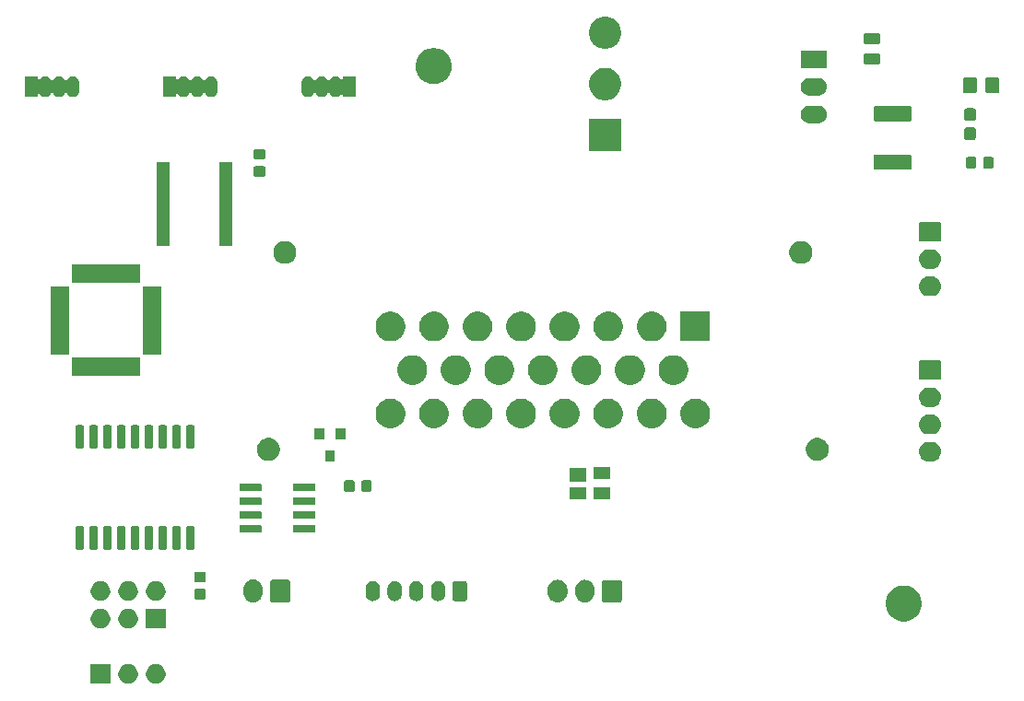
<source format=gbr>
G04 #@! TF.GenerationSoftware,KiCad,Pcbnew,5.1.5-52549c5~84~ubuntu18.04.1*
G04 #@! TF.CreationDate,2020-03-03T21:41:30-05:00*
G04 #@! TF.ProjectId,right,72696768-742e-46b6-9963-61645f706362,rev?*
G04 #@! TF.SameCoordinates,Original*
G04 #@! TF.FileFunction,Soldermask,Top*
G04 #@! TF.FilePolarity,Negative*
%FSLAX46Y46*%
G04 Gerber Fmt 4.6, Leading zero omitted, Abs format (unit mm)*
G04 Created by KiCad (PCBNEW 5.1.5-52549c5~84~ubuntu18.04.1) date 2020-03-03 21:41:30*
%MOMM*%
%LPD*%
G04 APERTURE LIST*
%ADD10C,0.100000*%
G04 APERTURE END LIST*
D10*
G36*
X148221000Y-117741000D02*
G01*
X146419000Y-117741000D01*
X146419000Y-115939000D01*
X148221000Y-115939000D01*
X148221000Y-117741000D01*
G37*
G36*
X149973512Y-115943927D02*
G01*
X150122812Y-115973624D01*
X150286784Y-116041544D01*
X150434354Y-116140147D01*
X150559853Y-116265646D01*
X150658456Y-116413216D01*
X150726376Y-116577188D01*
X150761000Y-116751259D01*
X150761000Y-116928741D01*
X150726376Y-117102812D01*
X150658456Y-117266784D01*
X150559853Y-117414354D01*
X150434354Y-117539853D01*
X150286784Y-117638456D01*
X150122812Y-117706376D01*
X149973512Y-117736073D01*
X149948742Y-117741000D01*
X149771258Y-117741000D01*
X149746488Y-117736073D01*
X149597188Y-117706376D01*
X149433216Y-117638456D01*
X149285646Y-117539853D01*
X149160147Y-117414354D01*
X149061544Y-117266784D01*
X148993624Y-117102812D01*
X148959000Y-116928741D01*
X148959000Y-116751259D01*
X148993624Y-116577188D01*
X149061544Y-116413216D01*
X149160147Y-116265646D01*
X149285646Y-116140147D01*
X149433216Y-116041544D01*
X149597188Y-115973624D01*
X149746488Y-115943927D01*
X149771258Y-115939000D01*
X149948742Y-115939000D01*
X149973512Y-115943927D01*
G37*
G36*
X152513512Y-115943927D02*
G01*
X152662812Y-115973624D01*
X152826784Y-116041544D01*
X152974354Y-116140147D01*
X153099853Y-116265646D01*
X153198456Y-116413216D01*
X153266376Y-116577188D01*
X153301000Y-116751259D01*
X153301000Y-116928741D01*
X153266376Y-117102812D01*
X153198456Y-117266784D01*
X153099853Y-117414354D01*
X152974354Y-117539853D01*
X152826784Y-117638456D01*
X152662812Y-117706376D01*
X152513512Y-117736073D01*
X152488742Y-117741000D01*
X152311258Y-117741000D01*
X152286488Y-117736073D01*
X152137188Y-117706376D01*
X151973216Y-117638456D01*
X151825646Y-117539853D01*
X151700147Y-117414354D01*
X151601544Y-117266784D01*
X151533624Y-117102812D01*
X151499000Y-116928741D01*
X151499000Y-116751259D01*
X151533624Y-116577188D01*
X151601544Y-116413216D01*
X151700147Y-116265646D01*
X151825646Y-116140147D01*
X151973216Y-116041544D01*
X152137188Y-115973624D01*
X152286488Y-115943927D01*
X152311258Y-115939000D01*
X152488742Y-115939000D01*
X152513512Y-115943927D01*
G37*
G36*
X147433512Y-110863927D02*
G01*
X147582812Y-110893624D01*
X147746784Y-110961544D01*
X147894354Y-111060147D01*
X148019853Y-111185646D01*
X148118456Y-111333216D01*
X148186376Y-111497188D01*
X148221000Y-111671259D01*
X148221000Y-111848741D01*
X148186376Y-112022812D01*
X148118456Y-112186784D01*
X148019853Y-112334354D01*
X147894354Y-112459853D01*
X147746784Y-112558456D01*
X147582812Y-112626376D01*
X147433512Y-112656073D01*
X147408742Y-112661000D01*
X147231258Y-112661000D01*
X147206488Y-112656073D01*
X147057188Y-112626376D01*
X146893216Y-112558456D01*
X146745646Y-112459853D01*
X146620147Y-112334354D01*
X146521544Y-112186784D01*
X146453624Y-112022812D01*
X146419000Y-111848741D01*
X146419000Y-111671259D01*
X146453624Y-111497188D01*
X146521544Y-111333216D01*
X146620147Y-111185646D01*
X146745646Y-111060147D01*
X146893216Y-110961544D01*
X147057188Y-110893624D01*
X147206488Y-110863927D01*
X147231258Y-110859000D01*
X147408742Y-110859000D01*
X147433512Y-110863927D01*
G37*
G36*
X149973512Y-110863927D02*
G01*
X150122812Y-110893624D01*
X150286784Y-110961544D01*
X150434354Y-111060147D01*
X150559853Y-111185646D01*
X150658456Y-111333216D01*
X150726376Y-111497188D01*
X150761000Y-111671259D01*
X150761000Y-111848741D01*
X150726376Y-112022812D01*
X150658456Y-112186784D01*
X150559853Y-112334354D01*
X150434354Y-112459853D01*
X150286784Y-112558456D01*
X150122812Y-112626376D01*
X149973512Y-112656073D01*
X149948742Y-112661000D01*
X149771258Y-112661000D01*
X149746488Y-112656073D01*
X149597188Y-112626376D01*
X149433216Y-112558456D01*
X149285646Y-112459853D01*
X149160147Y-112334354D01*
X149061544Y-112186784D01*
X148993624Y-112022812D01*
X148959000Y-111848741D01*
X148959000Y-111671259D01*
X148993624Y-111497188D01*
X149061544Y-111333216D01*
X149160147Y-111185646D01*
X149285646Y-111060147D01*
X149433216Y-110961544D01*
X149597188Y-110893624D01*
X149746488Y-110863927D01*
X149771258Y-110859000D01*
X149948742Y-110859000D01*
X149973512Y-110863927D01*
G37*
G36*
X153301000Y-112661000D02*
G01*
X151499000Y-112661000D01*
X151499000Y-110859000D01*
X153301000Y-110859000D01*
X153301000Y-112661000D01*
G37*
G36*
X221453268Y-108748532D02*
G01*
X221588579Y-108775447D01*
X221801037Y-108863450D01*
X221873285Y-108893376D01*
X221889042Y-108899903D01*
X222159451Y-109080585D01*
X222389415Y-109310549D01*
X222570097Y-109580958D01*
X222694553Y-109881421D01*
X222703752Y-109927669D01*
X222756352Y-110192103D01*
X222758000Y-110200391D01*
X222758000Y-110525609D01*
X222694553Y-110844579D01*
X222570097Y-111145042D01*
X222389415Y-111415451D01*
X222159451Y-111645415D01*
X221889042Y-111826097D01*
X221588579Y-111950553D01*
X221482256Y-111971702D01*
X221269611Y-112014000D01*
X220944389Y-112014000D01*
X220731744Y-111971702D01*
X220625421Y-111950553D01*
X220324958Y-111826097D01*
X220054549Y-111645415D01*
X219824585Y-111415451D01*
X219643903Y-111145042D01*
X219519447Y-110844579D01*
X219456000Y-110525609D01*
X219456000Y-110200391D01*
X219457649Y-110192103D01*
X219510248Y-109927669D01*
X219519447Y-109881421D01*
X219643903Y-109580958D01*
X219824585Y-109310549D01*
X220054549Y-109080585D01*
X220324958Y-108899903D01*
X220340716Y-108893376D01*
X220412963Y-108863450D01*
X220625421Y-108775447D01*
X220760732Y-108748532D01*
X220944389Y-108712000D01*
X221269611Y-108712000D01*
X221453268Y-108748532D01*
G37*
G36*
X161506627Y-108182037D02*
G01*
X161676466Y-108233557D01*
X161832991Y-108317222D01*
X161856359Y-108336400D01*
X161970186Y-108429814D01*
X162037905Y-108512331D01*
X162082778Y-108567009D01*
X162166443Y-108723534D01*
X162217963Y-108893374D01*
X162231000Y-109025743D01*
X162231000Y-109414258D01*
X162217963Y-109546627D01*
X162166443Y-109716466D01*
X162082778Y-109872991D01*
X162054958Y-109906890D01*
X161970186Y-110010186D01*
X161832989Y-110122779D01*
X161686014Y-110201339D01*
X161676465Y-110206443D01*
X161506626Y-110257963D01*
X161330000Y-110275359D01*
X161153373Y-110257963D01*
X160983534Y-110206443D01*
X160972212Y-110200391D01*
X160837901Y-110128600D01*
X160827009Y-110122778D01*
X160777822Y-110082411D01*
X160689814Y-110010186D01*
X160577221Y-109872989D01*
X160493558Y-109716467D01*
X160493557Y-109716465D01*
X160442037Y-109546626D01*
X160429000Y-109414257D01*
X160429000Y-109025742D01*
X160430050Y-109015085D01*
X160435752Y-108957188D01*
X160442037Y-108893373D01*
X160493557Y-108723534D01*
X160577222Y-108567009D01*
X160689815Y-108429815D01*
X160827010Y-108317222D01*
X160983535Y-108233557D01*
X161153374Y-108182037D01*
X161330000Y-108164641D01*
X161506627Y-108182037D01*
G37*
G36*
X164588600Y-108172989D02*
G01*
X164621652Y-108183015D01*
X164652103Y-108199292D01*
X164678799Y-108221201D01*
X164700708Y-108247897D01*
X164716985Y-108278348D01*
X164727011Y-108311400D01*
X164731000Y-108351903D01*
X164731000Y-110088097D01*
X164727011Y-110128600D01*
X164716985Y-110161652D01*
X164700708Y-110192103D01*
X164678799Y-110218799D01*
X164652103Y-110240708D01*
X164621652Y-110256985D01*
X164588600Y-110267011D01*
X164548097Y-110271000D01*
X163111903Y-110271000D01*
X163071400Y-110267011D01*
X163038348Y-110256985D01*
X163007897Y-110240708D01*
X162981201Y-110218799D01*
X162959292Y-110192103D01*
X162943015Y-110161652D01*
X162932989Y-110128600D01*
X162929000Y-110088097D01*
X162929000Y-108351903D01*
X162932989Y-108311400D01*
X162943015Y-108278348D01*
X162959292Y-108247897D01*
X162981201Y-108221201D01*
X163007897Y-108199292D01*
X163038348Y-108183015D01*
X163071400Y-108172989D01*
X163111903Y-108169000D01*
X164548097Y-108169000D01*
X164588600Y-108172989D01*
G37*
G36*
X189486627Y-108207037D02*
G01*
X189656466Y-108258557D01*
X189656468Y-108258558D01*
X189680899Y-108271617D01*
X189812991Y-108342222D01*
X189833848Y-108359339D01*
X189950186Y-108454814D01*
X190003803Y-108520148D01*
X190062778Y-108592009D01*
X190146443Y-108748534D01*
X190197963Y-108918374D01*
X190197963Y-108918376D01*
X190208538Y-109025740D01*
X190211000Y-109050743D01*
X190211000Y-109389258D01*
X190197963Y-109521627D01*
X190146443Y-109691466D01*
X190062778Y-109847991D01*
X190035342Y-109881422D01*
X189950186Y-109985186D01*
X189812989Y-110097779D01*
X189656467Y-110181442D01*
X189656465Y-110181443D01*
X189486626Y-110232963D01*
X189310000Y-110250359D01*
X189133373Y-110232963D01*
X188963534Y-110181443D01*
X188807009Y-110097778D01*
X188758173Y-110057699D01*
X188669814Y-109985186D01*
X188557221Y-109847989D01*
X188473558Y-109691467D01*
X188473557Y-109691465D01*
X188422037Y-109521626D01*
X188415519Y-109455442D01*
X188409000Y-109389259D01*
X188409000Y-109050740D01*
X188422037Y-108918375D01*
X188422037Y-108918373D01*
X188473557Y-108748534D01*
X188557222Y-108592009D01*
X188669815Y-108454815D01*
X188807010Y-108342222D01*
X188939102Y-108271617D01*
X188963533Y-108258558D01*
X188963535Y-108258557D01*
X189133374Y-108207037D01*
X189310000Y-108189641D01*
X189486627Y-108207037D01*
G37*
G36*
X191986627Y-108207037D02*
G01*
X192156466Y-108258557D01*
X192156468Y-108258558D01*
X192180899Y-108271617D01*
X192312991Y-108342222D01*
X192333848Y-108359339D01*
X192450186Y-108454814D01*
X192503803Y-108520148D01*
X192562778Y-108592009D01*
X192646443Y-108748534D01*
X192697963Y-108918374D01*
X192697963Y-108918376D01*
X192708538Y-109025740D01*
X192711000Y-109050743D01*
X192711000Y-109389258D01*
X192697963Y-109521627D01*
X192646443Y-109691466D01*
X192562778Y-109847991D01*
X192535342Y-109881422D01*
X192450186Y-109985186D01*
X192312989Y-110097779D01*
X192156467Y-110181442D01*
X192156465Y-110181443D01*
X191986626Y-110232963D01*
X191810000Y-110250359D01*
X191633373Y-110232963D01*
X191463534Y-110181443D01*
X191307009Y-110097778D01*
X191258173Y-110057699D01*
X191169814Y-109985186D01*
X191057221Y-109847989D01*
X190973558Y-109691467D01*
X190973557Y-109691465D01*
X190922037Y-109521626D01*
X190915519Y-109455442D01*
X190909000Y-109389259D01*
X190909000Y-109050740D01*
X190922037Y-108918375D01*
X190922037Y-108918373D01*
X190973557Y-108748534D01*
X191057222Y-108592009D01*
X191169815Y-108454815D01*
X191307010Y-108342222D01*
X191439102Y-108271617D01*
X191463533Y-108258558D01*
X191463535Y-108258557D01*
X191633374Y-108207037D01*
X191810000Y-108189641D01*
X191986627Y-108207037D01*
G37*
G36*
X195068600Y-108197989D02*
G01*
X195101652Y-108208015D01*
X195132103Y-108224292D01*
X195158799Y-108246201D01*
X195180708Y-108272897D01*
X195196985Y-108303348D01*
X195207011Y-108336400D01*
X195211000Y-108376903D01*
X195211000Y-110063097D01*
X195207011Y-110103600D01*
X195196985Y-110136652D01*
X195180708Y-110167103D01*
X195158799Y-110193799D01*
X195132103Y-110215708D01*
X195101652Y-110231985D01*
X195068600Y-110242011D01*
X195028097Y-110246000D01*
X193591903Y-110246000D01*
X193551400Y-110242011D01*
X193518348Y-110231985D01*
X193487897Y-110215708D01*
X193461201Y-110193799D01*
X193439292Y-110167103D01*
X193423015Y-110136652D01*
X193412989Y-110103600D01*
X193409000Y-110063097D01*
X193409000Y-108376903D01*
X193412989Y-108336400D01*
X193423015Y-108303348D01*
X193439292Y-108272897D01*
X193461201Y-108246201D01*
X193487897Y-108224292D01*
X193518348Y-108208015D01*
X193551400Y-108197989D01*
X193591903Y-108194000D01*
X195028097Y-108194000D01*
X195068600Y-108197989D01*
G37*
G36*
X174467618Y-108303420D02*
G01*
X174548400Y-108327925D01*
X174590336Y-108340646D01*
X174703425Y-108401094D01*
X174802554Y-108482446D01*
X174883906Y-108581575D01*
X174944354Y-108694664D01*
X174944355Y-108694668D01*
X174981580Y-108817382D01*
X174981580Y-108817384D01*
X174991000Y-108913026D01*
X174991000Y-109526974D01*
X174989064Y-109546626D01*
X174981580Y-109622618D01*
X174954040Y-109713404D01*
X174944354Y-109745336D01*
X174883906Y-109858425D01*
X174802554Y-109957553D01*
X174703424Y-110038906D01*
X174590335Y-110099354D01*
X174563774Y-110107411D01*
X174467617Y-110136580D01*
X174340000Y-110149149D01*
X174212382Y-110136580D01*
X174116225Y-110107411D01*
X174089664Y-110099354D01*
X173976575Y-110038906D01*
X173877447Y-109957554D01*
X173796094Y-109858424D01*
X173735646Y-109745335D01*
X173719306Y-109691468D01*
X173698420Y-109622617D01*
X173690936Y-109546625D01*
X173689000Y-109526973D01*
X173689000Y-108913026D01*
X173698420Y-108817384D01*
X173698420Y-108817382D01*
X173723237Y-108735573D01*
X173735645Y-108694667D01*
X173767957Y-108634217D01*
X173796095Y-108581574D01*
X173809493Y-108565249D01*
X173877447Y-108482446D01*
X173976576Y-108401094D01*
X174089665Y-108340646D01*
X174131601Y-108327925D01*
X174212383Y-108303420D01*
X174340000Y-108290851D01*
X174467618Y-108303420D01*
G37*
G36*
X172467618Y-108303420D02*
G01*
X172548400Y-108327925D01*
X172590336Y-108340646D01*
X172703425Y-108401094D01*
X172802554Y-108482446D01*
X172883906Y-108581575D01*
X172944354Y-108694664D01*
X172944355Y-108694668D01*
X172981580Y-108817382D01*
X172981580Y-108817384D01*
X172991000Y-108913026D01*
X172991000Y-109526974D01*
X172989064Y-109546626D01*
X172981580Y-109622618D01*
X172954040Y-109713404D01*
X172944354Y-109745336D01*
X172883906Y-109858425D01*
X172802554Y-109957553D01*
X172703424Y-110038906D01*
X172590335Y-110099354D01*
X172563774Y-110107411D01*
X172467617Y-110136580D01*
X172340000Y-110149149D01*
X172212382Y-110136580D01*
X172116225Y-110107411D01*
X172089664Y-110099354D01*
X171976575Y-110038906D01*
X171877447Y-109957554D01*
X171796094Y-109858424D01*
X171735646Y-109745335D01*
X171719306Y-109691468D01*
X171698420Y-109622617D01*
X171690936Y-109546625D01*
X171689000Y-109526973D01*
X171689000Y-108913026D01*
X171698420Y-108817384D01*
X171698420Y-108817382D01*
X171723237Y-108735573D01*
X171735645Y-108694667D01*
X171767957Y-108634217D01*
X171796095Y-108581574D01*
X171809493Y-108565249D01*
X171877447Y-108482446D01*
X171976576Y-108401094D01*
X172089665Y-108340646D01*
X172131601Y-108327925D01*
X172212383Y-108303420D01*
X172340000Y-108290851D01*
X172467618Y-108303420D01*
G37*
G36*
X176467618Y-108303420D02*
G01*
X176548400Y-108327925D01*
X176590336Y-108340646D01*
X176703425Y-108401094D01*
X176802554Y-108482446D01*
X176883906Y-108581575D01*
X176944354Y-108694664D01*
X176944355Y-108694668D01*
X176981580Y-108817382D01*
X176981580Y-108817384D01*
X176991000Y-108913026D01*
X176991000Y-109526974D01*
X176989064Y-109546626D01*
X176981580Y-109622618D01*
X176954040Y-109713404D01*
X176944354Y-109745336D01*
X176883906Y-109858425D01*
X176802554Y-109957553D01*
X176703424Y-110038906D01*
X176590335Y-110099354D01*
X176563774Y-110107411D01*
X176467617Y-110136580D01*
X176340000Y-110149149D01*
X176212382Y-110136580D01*
X176116225Y-110107411D01*
X176089664Y-110099354D01*
X175976575Y-110038906D01*
X175877447Y-109957554D01*
X175796094Y-109858424D01*
X175735646Y-109745335D01*
X175719306Y-109691468D01*
X175698420Y-109622617D01*
X175690936Y-109546625D01*
X175689000Y-109526973D01*
X175689000Y-108913026D01*
X175698420Y-108817384D01*
X175698420Y-108817382D01*
X175723237Y-108735573D01*
X175735645Y-108694667D01*
X175767957Y-108634217D01*
X175796095Y-108581574D01*
X175809493Y-108565249D01*
X175877447Y-108482446D01*
X175976576Y-108401094D01*
X176089665Y-108340646D01*
X176131601Y-108327925D01*
X176212383Y-108303420D01*
X176340000Y-108290851D01*
X176467618Y-108303420D01*
G37*
G36*
X178467618Y-108303420D02*
G01*
X178548400Y-108327925D01*
X178590336Y-108340646D01*
X178703425Y-108401094D01*
X178802554Y-108482446D01*
X178883906Y-108581575D01*
X178944354Y-108694664D01*
X178944355Y-108694668D01*
X178981580Y-108817382D01*
X178981580Y-108817384D01*
X178991000Y-108913026D01*
X178991000Y-109526974D01*
X178989064Y-109546626D01*
X178981580Y-109622618D01*
X178954040Y-109713404D01*
X178944354Y-109745336D01*
X178883906Y-109858425D01*
X178802554Y-109957553D01*
X178703424Y-110038906D01*
X178590335Y-110099354D01*
X178563774Y-110107411D01*
X178467617Y-110136580D01*
X178340000Y-110149149D01*
X178212382Y-110136580D01*
X178116225Y-110107411D01*
X178089664Y-110099354D01*
X177976575Y-110038906D01*
X177877447Y-109957554D01*
X177796094Y-109858424D01*
X177735646Y-109745335D01*
X177719306Y-109691468D01*
X177698420Y-109622617D01*
X177690936Y-109546625D01*
X177689000Y-109526973D01*
X177689000Y-108913026D01*
X177698420Y-108817384D01*
X177698420Y-108817382D01*
X177723237Y-108735573D01*
X177735645Y-108694667D01*
X177767957Y-108634217D01*
X177796095Y-108581574D01*
X177809493Y-108565249D01*
X177877447Y-108482446D01*
X177976576Y-108401094D01*
X178089665Y-108340646D01*
X178131601Y-108327925D01*
X178212383Y-108303420D01*
X178340000Y-108290851D01*
X178467618Y-108303420D01*
G37*
G36*
X180831242Y-108298404D02*
G01*
X180868337Y-108309657D01*
X180902515Y-108327925D01*
X180932481Y-108352519D01*
X180957075Y-108382485D01*
X180975343Y-108416663D01*
X180986596Y-108453758D01*
X180991000Y-108498474D01*
X180991000Y-109941526D01*
X180986596Y-109986242D01*
X180975343Y-110023337D01*
X180957075Y-110057515D01*
X180932481Y-110087481D01*
X180902515Y-110112075D01*
X180868337Y-110130343D01*
X180831242Y-110141596D01*
X180786526Y-110146000D01*
X179893474Y-110146000D01*
X179848758Y-110141596D01*
X179811663Y-110130343D01*
X179777485Y-110112075D01*
X179747519Y-110087481D01*
X179722925Y-110057515D01*
X179704657Y-110023337D01*
X179693404Y-109986242D01*
X179689000Y-109941526D01*
X179689000Y-108498474D01*
X179693404Y-108453758D01*
X179704657Y-108416663D01*
X179722925Y-108382485D01*
X179747519Y-108352519D01*
X179777485Y-108327925D01*
X179811663Y-108309657D01*
X179848758Y-108298404D01*
X179893474Y-108294000D01*
X180786526Y-108294000D01*
X180831242Y-108298404D01*
G37*
G36*
X149973512Y-108323927D02*
G01*
X150122812Y-108353624D01*
X150286784Y-108421544D01*
X150434354Y-108520147D01*
X150559853Y-108645646D01*
X150658456Y-108793216D01*
X150726376Y-108957188D01*
X150751309Y-109082539D01*
X150761000Y-109131258D01*
X150761000Y-109308742D01*
X150760640Y-109310551D01*
X150726376Y-109482812D01*
X150658456Y-109646784D01*
X150559853Y-109794354D01*
X150434354Y-109919853D01*
X150286784Y-110018456D01*
X150122812Y-110086376D01*
X149973512Y-110116073D01*
X149948742Y-110121000D01*
X149771258Y-110121000D01*
X149746488Y-110116073D01*
X149597188Y-110086376D01*
X149433216Y-110018456D01*
X149285646Y-109919853D01*
X149160147Y-109794354D01*
X149061544Y-109646784D01*
X148993624Y-109482812D01*
X148959360Y-109310551D01*
X148959000Y-109308742D01*
X148959000Y-109131258D01*
X148968691Y-109082539D01*
X148993624Y-108957188D01*
X149061544Y-108793216D01*
X149160147Y-108645646D01*
X149285646Y-108520147D01*
X149433216Y-108421544D01*
X149597188Y-108353624D01*
X149746488Y-108323927D01*
X149771258Y-108319000D01*
X149948742Y-108319000D01*
X149973512Y-108323927D01*
G37*
G36*
X152513512Y-108323927D02*
G01*
X152662812Y-108353624D01*
X152826784Y-108421544D01*
X152974354Y-108520147D01*
X153099853Y-108645646D01*
X153198456Y-108793216D01*
X153266376Y-108957188D01*
X153291309Y-109082539D01*
X153301000Y-109131258D01*
X153301000Y-109308742D01*
X153300640Y-109310551D01*
X153266376Y-109482812D01*
X153198456Y-109646784D01*
X153099853Y-109794354D01*
X152974354Y-109919853D01*
X152826784Y-110018456D01*
X152662812Y-110086376D01*
X152513512Y-110116073D01*
X152488742Y-110121000D01*
X152311258Y-110121000D01*
X152286488Y-110116073D01*
X152137188Y-110086376D01*
X151973216Y-110018456D01*
X151825646Y-109919853D01*
X151700147Y-109794354D01*
X151601544Y-109646784D01*
X151533624Y-109482812D01*
X151499360Y-109310551D01*
X151499000Y-109308742D01*
X151499000Y-109131258D01*
X151508691Y-109082539D01*
X151533624Y-108957188D01*
X151601544Y-108793216D01*
X151700147Y-108645646D01*
X151825646Y-108520147D01*
X151973216Y-108421544D01*
X152137188Y-108353624D01*
X152286488Y-108323927D01*
X152311258Y-108319000D01*
X152488742Y-108319000D01*
X152513512Y-108323927D01*
G37*
G36*
X147433512Y-108323927D02*
G01*
X147582812Y-108353624D01*
X147746784Y-108421544D01*
X147894354Y-108520147D01*
X148019853Y-108645646D01*
X148118456Y-108793216D01*
X148186376Y-108957188D01*
X148211309Y-109082539D01*
X148221000Y-109131258D01*
X148221000Y-109308742D01*
X148220640Y-109310551D01*
X148186376Y-109482812D01*
X148118456Y-109646784D01*
X148019853Y-109794354D01*
X147894354Y-109919853D01*
X147746784Y-110018456D01*
X147582812Y-110086376D01*
X147433512Y-110116073D01*
X147408742Y-110121000D01*
X147231258Y-110121000D01*
X147206488Y-110116073D01*
X147057188Y-110086376D01*
X146893216Y-110018456D01*
X146745646Y-109919853D01*
X146620147Y-109794354D01*
X146521544Y-109646784D01*
X146453624Y-109482812D01*
X146419360Y-109310551D01*
X146419000Y-109308742D01*
X146419000Y-109131258D01*
X146428691Y-109082539D01*
X146453624Y-108957188D01*
X146521544Y-108793216D01*
X146620147Y-108645646D01*
X146745646Y-108520147D01*
X146893216Y-108421544D01*
X147057188Y-108353624D01*
X147206488Y-108323927D01*
X147231258Y-108319000D01*
X147408742Y-108319000D01*
X147433512Y-108323927D01*
G37*
G36*
X156843591Y-109015085D02*
G01*
X156877569Y-109025393D01*
X156908890Y-109042134D01*
X156936339Y-109064661D01*
X156958866Y-109092110D01*
X156975607Y-109123431D01*
X156985915Y-109157409D01*
X156990000Y-109198890D01*
X156990000Y-109800110D01*
X156985915Y-109841591D01*
X156975607Y-109875569D01*
X156958866Y-109906890D01*
X156936339Y-109934339D01*
X156908890Y-109956866D01*
X156877569Y-109973607D01*
X156843591Y-109983915D01*
X156802110Y-109988000D01*
X156125890Y-109988000D01*
X156084409Y-109983915D01*
X156050431Y-109973607D01*
X156019110Y-109956866D01*
X155991661Y-109934339D01*
X155969134Y-109906890D01*
X155952393Y-109875569D01*
X155942085Y-109841591D01*
X155938000Y-109800110D01*
X155938000Y-109198890D01*
X155942085Y-109157409D01*
X155952393Y-109123431D01*
X155969134Y-109092110D01*
X155991661Y-109064661D01*
X156019110Y-109042134D01*
X156050431Y-109025393D01*
X156084409Y-109015085D01*
X156125890Y-109011000D01*
X156802110Y-109011000D01*
X156843591Y-109015085D01*
G37*
G36*
X156843591Y-107440085D02*
G01*
X156877569Y-107450393D01*
X156908890Y-107467134D01*
X156936339Y-107489661D01*
X156958866Y-107517110D01*
X156975607Y-107548431D01*
X156985915Y-107582409D01*
X156990000Y-107623890D01*
X156990000Y-108225110D01*
X156985915Y-108266591D01*
X156975607Y-108300569D01*
X156958866Y-108331890D01*
X156936339Y-108359339D01*
X156908890Y-108381866D01*
X156877569Y-108398607D01*
X156843591Y-108408915D01*
X156802110Y-108413000D01*
X156125890Y-108413000D01*
X156084409Y-108408915D01*
X156050431Y-108398607D01*
X156019110Y-108381866D01*
X155991661Y-108359339D01*
X155969134Y-108331890D01*
X155952393Y-108300569D01*
X155942085Y-108266591D01*
X155938000Y-108225110D01*
X155938000Y-107623890D01*
X155942085Y-107582409D01*
X155952393Y-107548431D01*
X155969134Y-107517110D01*
X155991661Y-107489661D01*
X156019110Y-107467134D01*
X156050431Y-107450393D01*
X156084409Y-107440085D01*
X156125890Y-107436000D01*
X156802110Y-107436000D01*
X156843591Y-107440085D01*
G37*
G36*
X146944928Y-103271764D02*
G01*
X146966009Y-103278160D01*
X146985445Y-103288548D01*
X147002476Y-103302524D01*
X147016452Y-103319555D01*
X147026840Y-103338991D01*
X147033236Y-103360072D01*
X147036000Y-103388140D01*
X147036000Y-105301860D01*
X147033236Y-105329928D01*
X147026840Y-105351009D01*
X147016452Y-105370445D01*
X147002476Y-105387476D01*
X146985445Y-105401452D01*
X146966009Y-105411840D01*
X146944928Y-105418236D01*
X146916860Y-105421000D01*
X146453140Y-105421000D01*
X146425072Y-105418236D01*
X146403991Y-105411840D01*
X146384555Y-105401452D01*
X146367524Y-105387476D01*
X146353548Y-105370445D01*
X146343160Y-105351009D01*
X146336764Y-105329928D01*
X146334000Y-105301860D01*
X146334000Y-103388140D01*
X146336764Y-103360072D01*
X146343160Y-103338991D01*
X146353548Y-103319555D01*
X146367524Y-103302524D01*
X146384555Y-103288548D01*
X146403991Y-103278160D01*
X146425072Y-103271764D01*
X146453140Y-103269000D01*
X146916860Y-103269000D01*
X146944928Y-103271764D01*
G37*
G36*
X155834928Y-103271764D02*
G01*
X155856009Y-103278160D01*
X155875445Y-103288548D01*
X155892476Y-103302524D01*
X155906452Y-103319555D01*
X155916840Y-103338991D01*
X155923236Y-103360072D01*
X155926000Y-103388140D01*
X155926000Y-105301860D01*
X155923236Y-105329928D01*
X155916840Y-105351009D01*
X155906452Y-105370445D01*
X155892476Y-105387476D01*
X155875445Y-105401452D01*
X155856009Y-105411840D01*
X155834928Y-105418236D01*
X155806860Y-105421000D01*
X155343140Y-105421000D01*
X155315072Y-105418236D01*
X155293991Y-105411840D01*
X155274555Y-105401452D01*
X155257524Y-105387476D01*
X155243548Y-105370445D01*
X155233160Y-105351009D01*
X155226764Y-105329928D01*
X155224000Y-105301860D01*
X155224000Y-103388140D01*
X155226764Y-103360072D01*
X155233160Y-103338991D01*
X155243548Y-103319555D01*
X155257524Y-103302524D01*
X155274555Y-103288548D01*
X155293991Y-103278160D01*
X155315072Y-103271764D01*
X155343140Y-103269000D01*
X155806860Y-103269000D01*
X155834928Y-103271764D01*
G37*
G36*
X154564928Y-103271764D02*
G01*
X154586009Y-103278160D01*
X154605445Y-103288548D01*
X154622476Y-103302524D01*
X154636452Y-103319555D01*
X154646840Y-103338991D01*
X154653236Y-103360072D01*
X154656000Y-103388140D01*
X154656000Y-105301860D01*
X154653236Y-105329928D01*
X154646840Y-105351009D01*
X154636452Y-105370445D01*
X154622476Y-105387476D01*
X154605445Y-105401452D01*
X154586009Y-105411840D01*
X154564928Y-105418236D01*
X154536860Y-105421000D01*
X154073140Y-105421000D01*
X154045072Y-105418236D01*
X154023991Y-105411840D01*
X154004555Y-105401452D01*
X153987524Y-105387476D01*
X153973548Y-105370445D01*
X153963160Y-105351009D01*
X153956764Y-105329928D01*
X153954000Y-105301860D01*
X153954000Y-103388140D01*
X153956764Y-103360072D01*
X153963160Y-103338991D01*
X153973548Y-103319555D01*
X153987524Y-103302524D01*
X154004555Y-103288548D01*
X154023991Y-103278160D01*
X154045072Y-103271764D01*
X154073140Y-103269000D01*
X154536860Y-103269000D01*
X154564928Y-103271764D01*
G37*
G36*
X148214928Y-103271764D02*
G01*
X148236009Y-103278160D01*
X148255445Y-103288548D01*
X148272476Y-103302524D01*
X148286452Y-103319555D01*
X148296840Y-103338991D01*
X148303236Y-103360072D01*
X148306000Y-103388140D01*
X148306000Y-105301860D01*
X148303236Y-105329928D01*
X148296840Y-105351009D01*
X148286452Y-105370445D01*
X148272476Y-105387476D01*
X148255445Y-105401452D01*
X148236009Y-105411840D01*
X148214928Y-105418236D01*
X148186860Y-105421000D01*
X147723140Y-105421000D01*
X147695072Y-105418236D01*
X147673991Y-105411840D01*
X147654555Y-105401452D01*
X147637524Y-105387476D01*
X147623548Y-105370445D01*
X147613160Y-105351009D01*
X147606764Y-105329928D01*
X147604000Y-105301860D01*
X147604000Y-103388140D01*
X147606764Y-103360072D01*
X147613160Y-103338991D01*
X147623548Y-103319555D01*
X147637524Y-103302524D01*
X147654555Y-103288548D01*
X147673991Y-103278160D01*
X147695072Y-103271764D01*
X147723140Y-103269000D01*
X148186860Y-103269000D01*
X148214928Y-103271764D01*
G37*
G36*
X145674928Y-103271764D02*
G01*
X145696009Y-103278160D01*
X145715445Y-103288548D01*
X145732476Y-103302524D01*
X145746452Y-103319555D01*
X145756840Y-103338991D01*
X145763236Y-103360072D01*
X145766000Y-103388140D01*
X145766000Y-105301860D01*
X145763236Y-105329928D01*
X145756840Y-105351009D01*
X145746452Y-105370445D01*
X145732476Y-105387476D01*
X145715445Y-105401452D01*
X145696009Y-105411840D01*
X145674928Y-105418236D01*
X145646860Y-105421000D01*
X145183140Y-105421000D01*
X145155072Y-105418236D01*
X145133991Y-105411840D01*
X145114555Y-105401452D01*
X145097524Y-105387476D01*
X145083548Y-105370445D01*
X145073160Y-105351009D01*
X145066764Y-105329928D01*
X145064000Y-105301860D01*
X145064000Y-103388140D01*
X145066764Y-103360072D01*
X145073160Y-103338991D01*
X145083548Y-103319555D01*
X145097524Y-103302524D01*
X145114555Y-103288548D01*
X145133991Y-103278160D01*
X145155072Y-103271764D01*
X145183140Y-103269000D01*
X145646860Y-103269000D01*
X145674928Y-103271764D01*
G37*
G36*
X149484928Y-103271764D02*
G01*
X149506009Y-103278160D01*
X149525445Y-103288548D01*
X149542476Y-103302524D01*
X149556452Y-103319555D01*
X149566840Y-103338991D01*
X149573236Y-103360072D01*
X149576000Y-103388140D01*
X149576000Y-105301860D01*
X149573236Y-105329928D01*
X149566840Y-105351009D01*
X149556452Y-105370445D01*
X149542476Y-105387476D01*
X149525445Y-105401452D01*
X149506009Y-105411840D01*
X149484928Y-105418236D01*
X149456860Y-105421000D01*
X148993140Y-105421000D01*
X148965072Y-105418236D01*
X148943991Y-105411840D01*
X148924555Y-105401452D01*
X148907524Y-105387476D01*
X148893548Y-105370445D01*
X148883160Y-105351009D01*
X148876764Y-105329928D01*
X148874000Y-105301860D01*
X148874000Y-103388140D01*
X148876764Y-103360072D01*
X148883160Y-103338991D01*
X148893548Y-103319555D01*
X148907524Y-103302524D01*
X148924555Y-103288548D01*
X148943991Y-103278160D01*
X148965072Y-103271764D01*
X148993140Y-103269000D01*
X149456860Y-103269000D01*
X149484928Y-103271764D01*
G37*
G36*
X150754928Y-103271764D02*
G01*
X150776009Y-103278160D01*
X150795445Y-103288548D01*
X150812476Y-103302524D01*
X150826452Y-103319555D01*
X150836840Y-103338991D01*
X150843236Y-103360072D01*
X150846000Y-103388140D01*
X150846000Y-105301860D01*
X150843236Y-105329928D01*
X150836840Y-105351009D01*
X150826452Y-105370445D01*
X150812476Y-105387476D01*
X150795445Y-105401452D01*
X150776009Y-105411840D01*
X150754928Y-105418236D01*
X150726860Y-105421000D01*
X150263140Y-105421000D01*
X150235072Y-105418236D01*
X150213991Y-105411840D01*
X150194555Y-105401452D01*
X150177524Y-105387476D01*
X150163548Y-105370445D01*
X150153160Y-105351009D01*
X150146764Y-105329928D01*
X150144000Y-105301860D01*
X150144000Y-103388140D01*
X150146764Y-103360072D01*
X150153160Y-103338991D01*
X150163548Y-103319555D01*
X150177524Y-103302524D01*
X150194555Y-103288548D01*
X150213991Y-103278160D01*
X150235072Y-103271764D01*
X150263140Y-103269000D01*
X150726860Y-103269000D01*
X150754928Y-103271764D01*
G37*
G36*
X152024928Y-103271764D02*
G01*
X152046009Y-103278160D01*
X152065445Y-103288548D01*
X152082476Y-103302524D01*
X152096452Y-103319555D01*
X152106840Y-103338991D01*
X152113236Y-103360072D01*
X152116000Y-103388140D01*
X152116000Y-105301860D01*
X152113236Y-105329928D01*
X152106840Y-105351009D01*
X152096452Y-105370445D01*
X152082476Y-105387476D01*
X152065445Y-105401452D01*
X152046009Y-105411840D01*
X152024928Y-105418236D01*
X151996860Y-105421000D01*
X151533140Y-105421000D01*
X151505072Y-105418236D01*
X151483991Y-105411840D01*
X151464555Y-105401452D01*
X151447524Y-105387476D01*
X151433548Y-105370445D01*
X151423160Y-105351009D01*
X151416764Y-105329928D01*
X151414000Y-105301860D01*
X151414000Y-103388140D01*
X151416764Y-103360072D01*
X151423160Y-103338991D01*
X151433548Y-103319555D01*
X151447524Y-103302524D01*
X151464555Y-103288548D01*
X151483991Y-103278160D01*
X151505072Y-103271764D01*
X151533140Y-103269000D01*
X151996860Y-103269000D01*
X152024928Y-103271764D01*
G37*
G36*
X153294928Y-103271764D02*
G01*
X153316009Y-103278160D01*
X153335445Y-103288548D01*
X153352476Y-103302524D01*
X153366452Y-103319555D01*
X153376840Y-103338991D01*
X153383236Y-103360072D01*
X153386000Y-103388140D01*
X153386000Y-105301860D01*
X153383236Y-105329928D01*
X153376840Y-105351009D01*
X153366452Y-105370445D01*
X153352476Y-105387476D01*
X153335445Y-105401452D01*
X153316009Y-105411840D01*
X153294928Y-105418236D01*
X153266860Y-105421000D01*
X152803140Y-105421000D01*
X152775072Y-105418236D01*
X152753991Y-105411840D01*
X152734555Y-105401452D01*
X152717524Y-105387476D01*
X152703548Y-105370445D01*
X152693160Y-105351009D01*
X152686764Y-105329928D01*
X152684000Y-105301860D01*
X152684000Y-103388140D01*
X152686764Y-103360072D01*
X152693160Y-103338991D01*
X152703548Y-103319555D01*
X152717524Y-103302524D01*
X152734555Y-103288548D01*
X152753991Y-103278160D01*
X152775072Y-103271764D01*
X152803140Y-103269000D01*
X153266860Y-103269000D01*
X153294928Y-103271764D01*
G37*
G36*
X166985928Y-103156764D02*
G01*
X167007009Y-103163160D01*
X167026445Y-103173548D01*
X167043476Y-103187524D01*
X167057452Y-103204555D01*
X167067840Y-103223991D01*
X167074236Y-103245072D01*
X167077000Y-103273140D01*
X167077000Y-103736860D01*
X167074236Y-103764928D01*
X167067840Y-103786009D01*
X167057452Y-103805445D01*
X167043476Y-103822476D01*
X167026445Y-103836452D01*
X167007009Y-103846840D01*
X166985928Y-103853236D01*
X166957860Y-103856000D01*
X165144140Y-103856000D01*
X165116072Y-103853236D01*
X165094991Y-103846840D01*
X165075555Y-103836452D01*
X165058524Y-103822476D01*
X165044548Y-103805445D01*
X165034160Y-103786009D01*
X165027764Y-103764928D01*
X165025000Y-103736860D01*
X165025000Y-103273140D01*
X165027764Y-103245072D01*
X165034160Y-103223991D01*
X165044548Y-103204555D01*
X165058524Y-103187524D01*
X165075555Y-103173548D01*
X165094991Y-103163160D01*
X165116072Y-103156764D01*
X165144140Y-103154000D01*
X166957860Y-103154000D01*
X166985928Y-103156764D01*
G37*
G36*
X162035928Y-103156764D02*
G01*
X162057009Y-103163160D01*
X162076445Y-103173548D01*
X162093476Y-103187524D01*
X162107452Y-103204555D01*
X162117840Y-103223991D01*
X162124236Y-103245072D01*
X162127000Y-103273140D01*
X162127000Y-103736860D01*
X162124236Y-103764928D01*
X162117840Y-103786009D01*
X162107452Y-103805445D01*
X162093476Y-103822476D01*
X162076445Y-103836452D01*
X162057009Y-103846840D01*
X162035928Y-103853236D01*
X162007860Y-103856000D01*
X160194140Y-103856000D01*
X160166072Y-103853236D01*
X160144991Y-103846840D01*
X160125555Y-103836452D01*
X160108524Y-103822476D01*
X160094548Y-103805445D01*
X160084160Y-103786009D01*
X160077764Y-103764928D01*
X160075000Y-103736860D01*
X160075000Y-103273140D01*
X160077764Y-103245072D01*
X160084160Y-103223991D01*
X160094548Y-103204555D01*
X160108524Y-103187524D01*
X160125555Y-103173548D01*
X160144991Y-103163160D01*
X160166072Y-103156764D01*
X160194140Y-103154000D01*
X162007860Y-103154000D01*
X162035928Y-103156764D01*
G37*
G36*
X166985928Y-101886764D02*
G01*
X167007009Y-101893160D01*
X167026445Y-101903548D01*
X167043476Y-101917524D01*
X167057452Y-101934555D01*
X167067840Y-101953991D01*
X167074236Y-101975072D01*
X167077000Y-102003140D01*
X167077000Y-102466860D01*
X167074236Y-102494928D01*
X167067840Y-102516009D01*
X167057452Y-102535445D01*
X167043476Y-102552476D01*
X167026445Y-102566452D01*
X167007009Y-102576840D01*
X166985928Y-102583236D01*
X166957860Y-102586000D01*
X165144140Y-102586000D01*
X165116072Y-102583236D01*
X165094991Y-102576840D01*
X165075555Y-102566452D01*
X165058524Y-102552476D01*
X165044548Y-102535445D01*
X165034160Y-102516009D01*
X165027764Y-102494928D01*
X165025000Y-102466860D01*
X165025000Y-102003140D01*
X165027764Y-101975072D01*
X165034160Y-101953991D01*
X165044548Y-101934555D01*
X165058524Y-101917524D01*
X165075555Y-101903548D01*
X165094991Y-101893160D01*
X165116072Y-101886764D01*
X165144140Y-101884000D01*
X166957860Y-101884000D01*
X166985928Y-101886764D01*
G37*
G36*
X162035928Y-101886764D02*
G01*
X162057009Y-101893160D01*
X162076445Y-101903548D01*
X162093476Y-101917524D01*
X162107452Y-101934555D01*
X162117840Y-101953991D01*
X162124236Y-101975072D01*
X162127000Y-102003140D01*
X162127000Y-102466860D01*
X162124236Y-102494928D01*
X162117840Y-102516009D01*
X162107452Y-102535445D01*
X162093476Y-102552476D01*
X162076445Y-102566452D01*
X162057009Y-102576840D01*
X162035928Y-102583236D01*
X162007860Y-102586000D01*
X160194140Y-102586000D01*
X160166072Y-102583236D01*
X160144991Y-102576840D01*
X160125555Y-102566452D01*
X160108524Y-102552476D01*
X160094548Y-102535445D01*
X160084160Y-102516009D01*
X160077764Y-102494928D01*
X160075000Y-102466860D01*
X160075000Y-102003140D01*
X160077764Y-101975072D01*
X160084160Y-101953991D01*
X160094548Y-101934555D01*
X160108524Y-101917524D01*
X160125555Y-101903548D01*
X160144991Y-101893160D01*
X160166072Y-101886764D01*
X160194140Y-101884000D01*
X162007860Y-101884000D01*
X162035928Y-101886764D01*
G37*
G36*
X166985928Y-100616764D02*
G01*
X167007009Y-100623160D01*
X167026445Y-100633548D01*
X167043476Y-100647524D01*
X167057452Y-100664555D01*
X167067840Y-100683991D01*
X167074236Y-100705072D01*
X167077000Y-100733140D01*
X167077000Y-101196860D01*
X167074236Y-101224928D01*
X167067840Y-101246009D01*
X167057452Y-101265445D01*
X167043476Y-101282476D01*
X167026445Y-101296452D01*
X167007009Y-101306840D01*
X166985928Y-101313236D01*
X166957860Y-101316000D01*
X165144140Y-101316000D01*
X165116072Y-101313236D01*
X165094991Y-101306840D01*
X165075555Y-101296452D01*
X165058524Y-101282476D01*
X165044548Y-101265445D01*
X165034160Y-101246009D01*
X165027764Y-101224928D01*
X165025000Y-101196860D01*
X165025000Y-100733140D01*
X165027764Y-100705072D01*
X165034160Y-100683991D01*
X165044548Y-100664555D01*
X165058524Y-100647524D01*
X165075555Y-100633548D01*
X165094991Y-100623160D01*
X165116072Y-100616764D01*
X165144140Y-100614000D01*
X166957860Y-100614000D01*
X166985928Y-100616764D01*
G37*
G36*
X162035928Y-100616764D02*
G01*
X162057009Y-100623160D01*
X162076445Y-100633548D01*
X162093476Y-100647524D01*
X162107452Y-100664555D01*
X162117840Y-100683991D01*
X162124236Y-100705072D01*
X162127000Y-100733140D01*
X162127000Y-101196860D01*
X162124236Y-101224928D01*
X162117840Y-101246009D01*
X162107452Y-101265445D01*
X162093476Y-101282476D01*
X162076445Y-101296452D01*
X162057009Y-101306840D01*
X162035928Y-101313236D01*
X162007860Y-101316000D01*
X160194140Y-101316000D01*
X160166072Y-101313236D01*
X160144991Y-101306840D01*
X160125555Y-101296452D01*
X160108524Y-101282476D01*
X160094548Y-101265445D01*
X160084160Y-101246009D01*
X160077764Y-101224928D01*
X160075000Y-101196860D01*
X160075000Y-100733140D01*
X160077764Y-100705072D01*
X160084160Y-100683991D01*
X160094548Y-100664555D01*
X160108524Y-100647524D01*
X160125555Y-100633548D01*
X160144991Y-100623160D01*
X160166072Y-100616764D01*
X160194140Y-100614000D01*
X162007860Y-100614000D01*
X162035928Y-100616764D01*
G37*
G36*
X194129000Y-100815000D02*
G01*
X192627000Y-100815000D01*
X192627000Y-99713000D01*
X194129000Y-99713000D01*
X194129000Y-100815000D01*
G37*
G36*
X191929000Y-100815000D02*
G01*
X190427000Y-100815000D01*
X190427000Y-99713000D01*
X191929000Y-99713000D01*
X191929000Y-100815000D01*
G37*
G36*
X170522091Y-99046085D02*
G01*
X170556069Y-99056393D01*
X170587390Y-99073134D01*
X170614839Y-99095661D01*
X170637366Y-99123110D01*
X170654107Y-99154431D01*
X170664415Y-99188409D01*
X170668500Y-99229890D01*
X170668500Y-99906110D01*
X170664415Y-99947591D01*
X170654107Y-99981569D01*
X170637366Y-100012890D01*
X170614839Y-100040339D01*
X170587390Y-100062866D01*
X170556069Y-100079607D01*
X170522091Y-100089915D01*
X170480610Y-100094000D01*
X169879390Y-100094000D01*
X169837909Y-100089915D01*
X169803931Y-100079607D01*
X169772610Y-100062866D01*
X169745161Y-100040339D01*
X169722634Y-100012890D01*
X169705893Y-99981569D01*
X169695585Y-99947591D01*
X169691500Y-99906110D01*
X169691500Y-99229890D01*
X169695585Y-99188409D01*
X169705893Y-99154431D01*
X169722634Y-99123110D01*
X169745161Y-99095661D01*
X169772610Y-99073134D01*
X169803931Y-99056393D01*
X169837909Y-99046085D01*
X169879390Y-99042000D01*
X170480610Y-99042000D01*
X170522091Y-99046085D01*
G37*
G36*
X172097091Y-99046085D02*
G01*
X172131069Y-99056393D01*
X172162390Y-99073134D01*
X172189839Y-99095661D01*
X172212366Y-99123110D01*
X172229107Y-99154431D01*
X172239415Y-99188409D01*
X172243500Y-99229890D01*
X172243500Y-99906110D01*
X172239415Y-99947591D01*
X172229107Y-99981569D01*
X172212366Y-100012890D01*
X172189839Y-100040339D01*
X172162390Y-100062866D01*
X172131069Y-100079607D01*
X172097091Y-100089915D01*
X172055610Y-100094000D01*
X171454390Y-100094000D01*
X171412909Y-100089915D01*
X171378931Y-100079607D01*
X171347610Y-100062866D01*
X171320161Y-100040339D01*
X171297634Y-100012890D01*
X171280893Y-99981569D01*
X171270585Y-99947591D01*
X171266500Y-99906110D01*
X171266500Y-99229890D01*
X171270585Y-99188409D01*
X171280893Y-99154431D01*
X171297634Y-99123110D01*
X171320161Y-99095661D01*
X171347610Y-99073134D01*
X171378931Y-99056393D01*
X171412909Y-99046085D01*
X171454390Y-99042000D01*
X172055610Y-99042000D01*
X172097091Y-99046085D01*
G37*
G36*
X162035928Y-99346764D02*
G01*
X162057009Y-99353160D01*
X162076445Y-99363548D01*
X162093476Y-99377524D01*
X162107452Y-99394555D01*
X162117840Y-99413991D01*
X162124236Y-99435072D01*
X162127000Y-99463140D01*
X162127000Y-99926860D01*
X162124236Y-99954928D01*
X162117840Y-99976009D01*
X162107452Y-99995445D01*
X162093476Y-100012476D01*
X162076445Y-100026452D01*
X162057009Y-100036840D01*
X162035928Y-100043236D01*
X162007860Y-100046000D01*
X160194140Y-100046000D01*
X160166072Y-100043236D01*
X160144991Y-100036840D01*
X160125555Y-100026452D01*
X160108524Y-100012476D01*
X160094548Y-99995445D01*
X160084160Y-99976009D01*
X160077764Y-99954928D01*
X160075000Y-99926860D01*
X160075000Y-99463140D01*
X160077764Y-99435072D01*
X160084160Y-99413991D01*
X160094548Y-99394555D01*
X160108524Y-99377524D01*
X160125555Y-99363548D01*
X160144991Y-99353160D01*
X160166072Y-99346764D01*
X160194140Y-99344000D01*
X162007860Y-99344000D01*
X162035928Y-99346764D01*
G37*
G36*
X166985928Y-99346764D02*
G01*
X167007009Y-99353160D01*
X167026445Y-99363548D01*
X167043476Y-99377524D01*
X167057452Y-99394555D01*
X167067840Y-99413991D01*
X167074236Y-99435072D01*
X167077000Y-99463140D01*
X167077000Y-99926860D01*
X167074236Y-99954928D01*
X167067840Y-99976009D01*
X167057452Y-99995445D01*
X167043476Y-100012476D01*
X167026445Y-100026452D01*
X167007009Y-100036840D01*
X166985928Y-100043236D01*
X166957860Y-100046000D01*
X165144140Y-100046000D01*
X165116072Y-100043236D01*
X165094991Y-100036840D01*
X165075555Y-100026452D01*
X165058524Y-100012476D01*
X165044548Y-99995445D01*
X165034160Y-99976009D01*
X165027764Y-99954928D01*
X165025000Y-99926860D01*
X165025000Y-99463140D01*
X165027764Y-99435072D01*
X165034160Y-99413991D01*
X165044548Y-99394555D01*
X165058524Y-99377524D01*
X165075555Y-99363548D01*
X165094991Y-99353160D01*
X165116072Y-99346764D01*
X165144140Y-99344000D01*
X166957860Y-99344000D01*
X166985928Y-99346764D01*
G37*
G36*
X191929000Y-99195000D02*
G01*
X190427000Y-99195000D01*
X190427000Y-97893000D01*
X191929000Y-97893000D01*
X191929000Y-99195000D01*
G37*
G36*
X194129000Y-98915000D02*
G01*
X192627000Y-98915000D01*
X192627000Y-97813000D01*
X194129000Y-97813000D01*
X194129000Y-98915000D01*
G37*
G36*
X223755442Y-95505518D02*
G01*
X223821627Y-95512037D01*
X223991466Y-95563557D01*
X224147991Y-95647222D01*
X224183729Y-95676552D01*
X224285186Y-95759814D01*
X224368448Y-95861271D01*
X224397778Y-95897009D01*
X224481443Y-96053534D01*
X224532963Y-96223373D01*
X224550359Y-96400000D01*
X224532963Y-96576627D01*
X224481443Y-96746466D01*
X224397778Y-96902991D01*
X224368448Y-96938729D01*
X224285186Y-97040186D01*
X224183729Y-97123448D01*
X224147991Y-97152778D01*
X223991466Y-97236443D01*
X223821627Y-97287963D01*
X223755442Y-97294482D01*
X223689260Y-97301000D01*
X223350740Y-97301000D01*
X223284558Y-97294482D01*
X223218373Y-97287963D01*
X223048534Y-97236443D01*
X222892009Y-97152778D01*
X222856271Y-97123448D01*
X222754814Y-97040186D01*
X222671552Y-96938729D01*
X222642222Y-96902991D01*
X222558557Y-96746466D01*
X222507037Y-96576627D01*
X222489641Y-96400000D01*
X222507037Y-96223373D01*
X222558557Y-96053534D01*
X222642222Y-95897009D01*
X222671552Y-95861271D01*
X222754814Y-95759814D01*
X222856271Y-95676552D01*
X222892009Y-95647222D01*
X223048534Y-95563557D01*
X223218373Y-95512037D01*
X223284558Y-95505518D01*
X223350740Y-95499000D01*
X223689260Y-95499000D01*
X223755442Y-95505518D01*
G37*
G36*
X168853000Y-97275000D02*
G01*
X167951000Y-97275000D01*
X167951000Y-96273000D01*
X168853000Y-96273000D01*
X168853000Y-97275000D01*
G37*
G36*
X163066564Y-95189389D02*
G01*
X163257833Y-95268615D01*
X163257835Y-95268616D01*
X163429973Y-95383635D01*
X163576365Y-95530027D01*
X163654672Y-95647221D01*
X163691385Y-95702167D01*
X163770611Y-95893436D01*
X163811000Y-96096484D01*
X163811000Y-96303516D01*
X163770611Y-96506564D01*
X163741590Y-96576627D01*
X163691384Y-96697835D01*
X163576365Y-96869973D01*
X163429973Y-97016365D01*
X163257835Y-97131384D01*
X163257834Y-97131385D01*
X163257833Y-97131385D01*
X163066564Y-97210611D01*
X162863516Y-97251000D01*
X162656484Y-97251000D01*
X162453436Y-97210611D01*
X162262167Y-97131385D01*
X162262166Y-97131385D01*
X162262165Y-97131384D01*
X162090027Y-97016365D01*
X161943635Y-96869973D01*
X161828616Y-96697835D01*
X161778410Y-96576627D01*
X161749389Y-96506564D01*
X161709000Y-96303516D01*
X161709000Y-96096484D01*
X161749389Y-95893436D01*
X161828615Y-95702167D01*
X161865329Y-95647221D01*
X161943635Y-95530027D01*
X162090027Y-95383635D01*
X162262165Y-95268616D01*
X162262167Y-95268615D01*
X162453436Y-95189389D01*
X162656484Y-95149000D01*
X162863516Y-95149000D01*
X163066564Y-95189389D01*
G37*
G36*
X213466564Y-95189389D02*
G01*
X213657833Y-95268615D01*
X213657835Y-95268616D01*
X213829973Y-95383635D01*
X213976365Y-95530027D01*
X214054672Y-95647221D01*
X214091385Y-95702167D01*
X214170611Y-95893436D01*
X214211000Y-96096484D01*
X214211000Y-96303516D01*
X214170611Y-96506564D01*
X214141590Y-96576627D01*
X214091384Y-96697835D01*
X213976365Y-96869973D01*
X213829973Y-97016365D01*
X213657835Y-97131384D01*
X213657834Y-97131385D01*
X213657833Y-97131385D01*
X213466564Y-97210611D01*
X213263516Y-97251000D01*
X213056484Y-97251000D01*
X212853436Y-97210611D01*
X212662167Y-97131385D01*
X212662166Y-97131385D01*
X212662165Y-97131384D01*
X212490027Y-97016365D01*
X212343635Y-96869973D01*
X212228616Y-96697835D01*
X212178410Y-96576627D01*
X212149389Y-96506564D01*
X212109000Y-96303516D01*
X212109000Y-96096484D01*
X212149389Y-95893436D01*
X212228615Y-95702167D01*
X212265329Y-95647221D01*
X212343635Y-95530027D01*
X212490027Y-95383635D01*
X212662165Y-95268616D01*
X212662167Y-95268615D01*
X212853436Y-95189389D01*
X213056484Y-95149000D01*
X213263516Y-95149000D01*
X213466564Y-95189389D01*
G37*
G36*
X146944928Y-93971764D02*
G01*
X146966009Y-93978160D01*
X146985445Y-93988548D01*
X147002476Y-94002524D01*
X147016452Y-94019555D01*
X147026840Y-94038991D01*
X147033236Y-94060072D01*
X147036000Y-94088140D01*
X147036000Y-96001860D01*
X147033236Y-96029928D01*
X147026840Y-96051009D01*
X147016452Y-96070445D01*
X147002476Y-96087476D01*
X146985445Y-96101452D01*
X146966009Y-96111840D01*
X146944928Y-96118236D01*
X146916860Y-96121000D01*
X146453140Y-96121000D01*
X146425072Y-96118236D01*
X146403991Y-96111840D01*
X146384555Y-96101452D01*
X146367524Y-96087476D01*
X146353548Y-96070445D01*
X146343160Y-96051009D01*
X146336764Y-96029928D01*
X146334000Y-96001860D01*
X146334000Y-94088140D01*
X146336764Y-94060072D01*
X146343160Y-94038991D01*
X146353548Y-94019555D01*
X146367524Y-94002524D01*
X146384555Y-93988548D01*
X146403991Y-93978160D01*
X146425072Y-93971764D01*
X146453140Y-93969000D01*
X146916860Y-93969000D01*
X146944928Y-93971764D01*
G37*
G36*
X145674928Y-93971764D02*
G01*
X145696009Y-93978160D01*
X145715445Y-93988548D01*
X145732476Y-94002524D01*
X145746452Y-94019555D01*
X145756840Y-94038991D01*
X145763236Y-94060072D01*
X145766000Y-94088140D01*
X145766000Y-96001860D01*
X145763236Y-96029928D01*
X145756840Y-96051009D01*
X145746452Y-96070445D01*
X145732476Y-96087476D01*
X145715445Y-96101452D01*
X145696009Y-96111840D01*
X145674928Y-96118236D01*
X145646860Y-96121000D01*
X145183140Y-96121000D01*
X145155072Y-96118236D01*
X145133991Y-96111840D01*
X145114555Y-96101452D01*
X145097524Y-96087476D01*
X145083548Y-96070445D01*
X145073160Y-96051009D01*
X145066764Y-96029928D01*
X145064000Y-96001860D01*
X145064000Y-94088140D01*
X145066764Y-94060072D01*
X145073160Y-94038991D01*
X145083548Y-94019555D01*
X145097524Y-94002524D01*
X145114555Y-93988548D01*
X145133991Y-93978160D01*
X145155072Y-93971764D01*
X145183140Y-93969000D01*
X145646860Y-93969000D01*
X145674928Y-93971764D01*
G37*
G36*
X155834928Y-93971764D02*
G01*
X155856009Y-93978160D01*
X155875445Y-93988548D01*
X155892476Y-94002524D01*
X155906452Y-94019555D01*
X155916840Y-94038991D01*
X155923236Y-94060072D01*
X155926000Y-94088140D01*
X155926000Y-96001860D01*
X155923236Y-96029928D01*
X155916840Y-96051009D01*
X155906452Y-96070445D01*
X155892476Y-96087476D01*
X155875445Y-96101452D01*
X155856009Y-96111840D01*
X155834928Y-96118236D01*
X155806860Y-96121000D01*
X155343140Y-96121000D01*
X155315072Y-96118236D01*
X155293991Y-96111840D01*
X155274555Y-96101452D01*
X155257524Y-96087476D01*
X155243548Y-96070445D01*
X155233160Y-96051009D01*
X155226764Y-96029928D01*
X155224000Y-96001860D01*
X155224000Y-94088140D01*
X155226764Y-94060072D01*
X155233160Y-94038991D01*
X155243548Y-94019555D01*
X155257524Y-94002524D01*
X155274555Y-93988548D01*
X155293991Y-93978160D01*
X155315072Y-93971764D01*
X155343140Y-93969000D01*
X155806860Y-93969000D01*
X155834928Y-93971764D01*
G37*
G36*
X154564928Y-93971764D02*
G01*
X154586009Y-93978160D01*
X154605445Y-93988548D01*
X154622476Y-94002524D01*
X154636452Y-94019555D01*
X154646840Y-94038991D01*
X154653236Y-94060072D01*
X154656000Y-94088140D01*
X154656000Y-96001860D01*
X154653236Y-96029928D01*
X154646840Y-96051009D01*
X154636452Y-96070445D01*
X154622476Y-96087476D01*
X154605445Y-96101452D01*
X154586009Y-96111840D01*
X154564928Y-96118236D01*
X154536860Y-96121000D01*
X154073140Y-96121000D01*
X154045072Y-96118236D01*
X154023991Y-96111840D01*
X154004555Y-96101452D01*
X153987524Y-96087476D01*
X153973548Y-96070445D01*
X153963160Y-96051009D01*
X153956764Y-96029928D01*
X153954000Y-96001860D01*
X153954000Y-94088140D01*
X153956764Y-94060072D01*
X153963160Y-94038991D01*
X153973548Y-94019555D01*
X153987524Y-94002524D01*
X154004555Y-93988548D01*
X154023991Y-93978160D01*
X154045072Y-93971764D01*
X154073140Y-93969000D01*
X154536860Y-93969000D01*
X154564928Y-93971764D01*
G37*
G36*
X153294928Y-93971764D02*
G01*
X153316009Y-93978160D01*
X153335445Y-93988548D01*
X153352476Y-94002524D01*
X153366452Y-94019555D01*
X153376840Y-94038991D01*
X153383236Y-94060072D01*
X153386000Y-94088140D01*
X153386000Y-96001860D01*
X153383236Y-96029928D01*
X153376840Y-96051009D01*
X153366452Y-96070445D01*
X153352476Y-96087476D01*
X153335445Y-96101452D01*
X153316009Y-96111840D01*
X153294928Y-96118236D01*
X153266860Y-96121000D01*
X152803140Y-96121000D01*
X152775072Y-96118236D01*
X152753991Y-96111840D01*
X152734555Y-96101452D01*
X152717524Y-96087476D01*
X152703548Y-96070445D01*
X152693160Y-96051009D01*
X152686764Y-96029928D01*
X152684000Y-96001860D01*
X152684000Y-94088140D01*
X152686764Y-94060072D01*
X152693160Y-94038991D01*
X152703548Y-94019555D01*
X152717524Y-94002524D01*
X152734555Y-93988548D01*
X152753991Y-93978160D01*
X152775072Y-93971764D01*
X152803140Y-93969000D01*
X153266860Y-93969000D01*
X153294928Y-93971764D01*
G37*
G36*
X152024928Y-93971764D02*
G01*
X152046009Y-93978160D01*
X152065445Y-93988548D01*
X152082476Y-94002524D01*
X152096452Y-94019555D01*
X152106840Y-94038991D01*
X152113236Y-94060072D01*
X152116000Y-94088140D01*
X152116000Y-96001860D01*
X152113236Y-96029928D01*
X152106840Y-96051009D01*
X152096452Y-96070445D01*
X152082476Y-96087476D01*
X152065445Y-96101452D01*
X152046009Y-96111840D01*
X152024928Y-96118236D01*
X151996860Y-96121000D01*
X151533140Y-96121000D01*
X151505072Y-96118236D01*
X151483991Y-96111840D01*
X151464555Y-96101452D01*
X151447524Y-96087476D01*
X151433548Y-96070445D01*
X151423160Y-96051009D01*
X151416764Y-96029928D01*
X151414000Y-96001860D01*
X151414000Y-94088140D01*
X151416764Y-94060072D01*
X151423160Y-94038991D01*
X151433548Y-94019555D01*
X151447524Y-94002524D01*
X151464555Y-93988548D01*
X151483991Y-93978160D01*
X151505072Y-93971764D01*
X151533140Y-93969000D01*
X151996860Y-93969000D01*
X152024928Y-93971764D01*
G37*
G36*
X150754928Y-93971764D02*
G01*
X150776009Y-93978160D01*
X150795445Y-93988548D01*
X150812476Y-94002524D01*
X150826452Y-94019555D01*
X150836840Y-94038991D01*
X150843236Y-94060072D01*
X150846000Y-94088140D01*
X150846000Y-96001860D01*
X150843236Y-96029928D01*
X150836840Y-96051009D01*
X150826452Y-96070445D01*
X150812476Y-96087476D01*
X150795445Y-96101452D01*
X150776009Y-96111840D01*
X150754928Y-96118236D01*
X150726860Y-96121000D01*
X150263140Y-96121000D01*
X150235072Y-96118236D01*
X150213991Y-96111840D01*
X150194555Y-96101452D01*
X150177524Y-96087476D01*
X150163548Y-96070445D01*
X150153160Y-96051009D01*
X150146764Y-96029928D01*
X150144000Y-96001860D01*
X150144000Y-94088140D01*
X150146764Y-94060072D01*
X150153160Y-94038991D01*
X150163548Y-94019555D01*
X150177524Y-94002524D01*
X150194555Y-93988548D01*
X150213991Y-93978160D01*
X150235072Y-93971764D01*
X150263140Y-93969000D01*
X150726860Y-93969000D01*
X150754928Y-93971764D01*
G37*
G36*
X148214928Y-93971764D02*
G01*
X148236009Y-93978160D01*
X148255445Y-93988548D01*
X148272476Y-94002524D01*
X148286452Y-94019555D01*
X148296840Y-94038991D01*
X148303236Y-94060072D01*
X148306000Y-94088140D01*
X148306000Y-96001860D01*
X148303236Y-96029928D01*
X148296840Y-96051009D01*
X148286452Y-96070445D01*
X148272476Y-96087476D01*
X148255445Y-96101452D01*
X148236009Y-96111840D01*
X148214928Y-96118236D01*
X148186860Y-96121000D01*
X147723140Y-96121000D01*
X147695072Y-96118236D01*
X147673991Y-96111840D01*
X147654555Y-96101452D01*
X147637524Y-96087476D01*
X147623548Y-96070445D01*
X147613160Y-96051009D01*
X147606764Y-96029928D01*
X147604000Y-96001860D01*
X147604000Y-94088140D01*
X147606764Y-94060072D01*
X147613160Y-94038991D01*
X147623548Y-94019555D01*
X147637524Y-94002524D01*
X147654555Y-93988548D01*
X147673991Y-93978160D01*
X147695072Y-93971764D01*
X147723140Y-93969000D01*
X148186860Y-93969000D01*
X148214928Y-93971764D01*
G37*
G36*
X149484928Y-93971764D02*
G01*
X149506009Y-93978160D01*
X149525445Y-93988548D01*
X149542476Y-94002524D01*
X149556452Y-94019555D01*
X149566840Y-94038991D01*
X149573236Y-94060072D01*
X149576000Y-94088140D01*
X149576000Y-96001860D01*
X149573236Y-96029928D01*
X149566840Y-96051009D01*
X149556452Y-96070445D01*
X149542476Y-96087476D01*
X149525445Y-96101452D01*
X149506009Y-96111840D01*
X149484928Y-96118236D01*
X149456860Y-96121000D01*
X148993140Y-96121000D01*
X148965072Y-96118236D01*
X148943991Y-96111840D01*
X148924555Y-96101452D01*
X148907524Y-96087476D01*
X148893548Y-96070445D01*
X148883160Y-96051009D01*
X148876764Y-96029928D01*
X148874000Y-96001860D01*
X148874000Y-94088140D01*
X148876764Y-94060072D01*
X148883160Y-94038991D01*
X148893548Y-94019555D01*
X148907524Y-94002524D01*
X148924555Y-93988548D01*
X148943991Y-93978160D01*
X148965072Y-93971764D01*
X148993140Y-93969000D01*
X149456860Y-93969000D01*
X149484928Y-93971764D01*
G37*
G36*
X167903000Y-95275000D02*
G01*
X167001000Y-95275000D01*
X167001000Y-94273000D01*
X167903000Y-94273000D01*
X167903000Y-95275000D01*
G37*
G36*
X169803000Y-95275000D02*
G01*
X168901000Y-95275000D01*
X168901000Y-94273000D01*
X169803000Y-94273000D01*
X169803000Y-95275000D01*
G37*
G36*
X223755443Y-93005519D02*
G01*
X223821627Y-93012037D01*
X223991466Y-93063557D01*
X224147991Y-93147222D01*
X224183729Y-93176552D01*
X224285186Y-93259814D01*
X224368448Y-93361271D01*
X224397778Y-93397009D01*
X224481443Y-93553534D01*
X224532963Y-93723373D01*
X224550359Y-93900000D01*
X224532963Y-94076627D01*
X224481443Y-94246466D01*
X224397778Y-94402991D01*
X224368448Y-94438729D01*
X224285186Y-94540186D01*
X224183729Y-94623448D01*
X224147991Y-94652778D01*
X223991466Y-94736443D01*
X223821627Y-94787963D01*
X223755442Y-94794482D01*
X223689260Y-94801000D01*
X223350740Y-94801000D01*
X223284557Y-94794481D01*
X223218373Y-94787963D01*
X223048534Y-94736443D01*
X222892009Y-94652778D01*
X222856271Y-94623448D01*
X222754814Y-94540186D01*
X222671552Y-94438729D01*
X222642222Y-94402991D01*
X222558557Y-94246466D01*
X222507037Y-94076627D01*
X222489641Y-93900000D01*
X222507037Y-93723373D01*
X222558557Y-93553534D01*
X222642222Y-93397009D01*
X222671552Y-93361271D01*
X222754814Y-93259814D01*
X222856271Y-93176552D01*
X222892009Y-93147222D01*
X223048534Y-93063557D01*
X223218373Y-93012037D01*
X223284558Y-93005518D01*
X223350740Y-92999000D01*
X223689260Y-92999000D01*
X223755443Y-93005519D01*
G37*
G36*
X202357717Y-91588898D02*
G01*
X202605858Y-91691681D01*
X202829180Y-91840900D01*
X203019100Y-92030820D01*
X203168319Y-92254142D01*
X203271102Y-92502283D01*
X203323500Y-92765706D01*
X203323500Y-93034294D01*
X203271102Y-93297717D01*
X203168319Y-93545858D01*
X203019100Y-93769180D01*
X202829180Y-93959100D01*
X202605858Y-94108319D01*
X202357717Y-94211102D01*
X202094294Y-94263500D01*
X201825706Y-94263500D01*
X201562283Y-94211102D01*
X201314142Y-94108319D01*
X201090820Y-93959100D01*
X200900900Y-93769180D01*
X200751681Y-93545858D01*
X200648898Y-93297717D01*
X200596500Y-93034294D01*
X200596500Y-92765706D01*
X200648898Y-92502283D01*
X200751681Y-92254142D01*
X200900900Y-92030820D01*
X201090820Y-91840900D01*
X201314142Y-91691681D01*
X201562283Y-91588898D01*
X201825706Y-91536500D01*
X202094294Y-91536500D01*
X202357717Y-91588898D01*
G37*
G36*
X190357717Y-91588898D02*
G01*
X190605858Y-91691681D01*
X190829180Y-91840900D01*
X191019100Y-92030820D01*
X191168319Y-92254142D01*
X191271102Y-92502283D01*
X191323500Y-92765706D01*
X191323500Y-93034294D01*
X191271102Y-93297717D01*
X191168319Y-93545858D01*
X191019100Y-93769180D01*
X190829180Y-93959100D01*
X190605858Y-94108319D01*
X190357717Y-94211102D01*
X190094294Y-94263500D01*
X189825706Y-94263500D01*
X189562283Y-94211102D01*
X189314142Y-94108319D01*
X189090820Y-93959100D01*
X188900900Y-93769180D01*
X188751681Y-93545858D01*
X188648898Y-93297717D01*
X188596500Y-93034294D01*
X188596500Y-92765706D01*
X188648898Y-92502283D01*
X188751681Y-92254142D01*
X188900900Y-92030820D01*
X189090820Y-91840900D01*
X189314142Y-91691681D01*
X189562283Y-91588898D01*
X189825706Y-91536500D01*
X190094294Y-91536500D01*
X190357717Y-91588898D01*
G37*
G36*
X186357717Y-91588898D02*
G01*
X186605858Y-91691681D01*
X186829180Y-91840900D01*
X187019100Y-92030820D01*
X187168319Y-92254142D01*
X187271102Y-92502283D01*
X187323500Y-92765706D01*
X187323500Y-93034294D01*
X187271102Y-93297717D01*
X187168319Y-93545858D01*
X187019100Y-93769180D01*
X186829180Y-93959100D01*
X186605858Y-94108319D01*
X186357717Y-94211102D01*
X186094294Y-94263500D01*
X185825706Y-94263500D01*
X185562283Y-94211102D01*
X185314142Y-94108319D01*
X185090820Y-93959100D01*
X184900900Y-93769180D01*
X184751681Y-93545858D01*
X184648898Y-93297717D01*
X184596500Y-93034294D01*
X184596500Y-92765706D01*
X184648898Y-92502283D01*
X184751681Y-92254142D01*
X184900900Y-92030820D01*
X185090820Y-91840900D01*
X185314142Y-91691681D01*
X185562283Y-91588898D01*
X185825706Y-91536500D01*
X186094294Y-91536500D01*
X186357717Y-91588898D01*
G37*
G36*
X182357717Y-91588898D02*
G01*
X182605858Y-91691681D01*
X182829180Y-91840900D01*
X183019100Y-92030820D01*
X183168319Y-92254142D01*
X183271102Y-92502283D01*
X183323500Y-92765706D01*
X183323500Y-93034294D01*
X183271102Y-93297717D01*
X183168319Y-93545858D01*
X183019100Y-93769180D01*
X182829180Y-93959100D01*
X182605858Y-94108319D01*
X182357717Y-94211102D01*
X182094294Y-94263500D01*
X181825706Y-94263500D01*
X181562283Y-94211102D01*
X181314142Y-94108319D01*
X181090820Y-93959100D01*
X180900900Y-93769180D01*
X180751681Y-93545858D01*
X180648898Y-93297717D01*
X180596500Y-93034294D01*
X180596500Y-92765706D01*
X180648898Y-92502283D01*
X180751681Y-92254142D01*
X180900900Y-92030820D01*
X181090820Y-91840900D01*
X181314142Y-91691681D01*
X181562283Y-91588898D01*
X181825706Y-91536500D01*
X182094294Y-91536500D01*
X182357717Y-91588898D01*
G37*
G36*
X198357717Y-91588898D02*
G01*
X198605858Y-91691681D01*
X198829180Y-91840900D01*
X199019100Y-92030820D01*
X199168319Y-92254142D01*
X199271102Y-92502283D01*
X199323500Y-92765706D01*
X199323500Y-93034294D01*
X199271102Y-93297717D01*
X199168319Y-93545858D01*
X199019100Y-93769180D01*
X198829180Y-93959100D01*
X198605858Y-94108319D01*
X198357717Y-94211102D01*
X198094294Y-94263500D01*
X197825706Y-94263500D01*
X197562283Y-94211102D01*
X197314142Y-94108319D01*
X197090820Y-93959100D01*
X196900900Y-93769180D01*
X196751681Y-93545858D01*
X196648898Y-93297717D01*
X196596500Y-93034294D01*
X196596500Y-92765706D01*
X196648898Y-92502283D01*
X196751681Y-92254142D01*
X196900900Y-92030820D01*
X197090820Y-91840900D01*
X197314142Y-91691681D01*
X197562283Y-91588898D01*
X197825706Y-91536500D01*
X198094294Y-91536500D01*
X198357717Y-91588898D01*
G37*
G36*
X178357717Y-91588898D02*
G01*
X178605858Y-91691681D01*
X178829180Y-91840900D01*
X179019100Y-92030820D01*
X179168319Y-92254142D01*
X179271102Y-92502283D01*
X179323500Y-92765706D01*
X179323500Y-93034294D01*
X179271102Y-93297717D01*
X179168319Y-93545858D01*
X179019100Y-93769180D01*
X178829180Y-93959100D01*
X178605858Y-94108319D01*
X178357717Y-94211102D01*
X178094294Y-94263500D01*
X177825706Y-94263500D01*
X177562283Y-94211102D01*
X177314142Y-94108319D01*
X177090820Y-93959100D01*
X176900900Y-93769180D01*
X176751681Y-93545858D01*
X176648898Y-93297717D01*
X176596500Y-93034294D01*
X176596500Y-92765706D01*
X176648898Y-92502283D01*
X176751681Y-92254142D01*
X176900900Y-92030820D01*
X177090820Y-91840900D01*
X177314142Y-91691681D01*
X177562283Y-91588898D01*
X177825706Y-91536500D01*
X178094294Y-91536500D01*
X178357717Y-91588898D01*
G37*
G36*
X174357717Y-91588898D02*
G01*
X174605858Y-91691681D01*
X174829180Y-91840900D01*
X175019100Y-92030820D01*
X175168319Y-92254142D01*
X175271102Y-92502283D01*
X175323500Y-92765706D01*
X175323500Y-93034294D01*
X175271102Y-93297717D01*
X175168319Y-93545858D01*
X175019100Y-93769180D01*
X174829180Y-93959100D01*
X174605858Y-94108319D01*
X174357717Y-94211102D01*
X174094294Y-94263500D01*
X173825706Y-94263500D01*
X173562283Y-94211102D01*
X173314142Y-94108319D01*
X173090820Y-93959100D01*
X172900900Y-93769180D01*
X172751681Y-93545858D01*
X172648898Y-93297717D01*
X172596500Y-93034294D01*
X172596500Y-92765706D01*
X172648898Y-92502283D01*
X172751681Y-92254142D01*
X172900900Y-92030820D01*
X173090820Y-91840900D01*
X173314142Y-91691681D01*
X173562283Y-91588898D01*
X173825706Y-91536500D01*
X174094294Y-91536500D01*
X174357717Y-91588898D01*
G37*
G36*
X194357717Y-91588898D02*
G01*
X194605858Y-91691681D01*
X194829180Y-91840900D01*
X195019100Y-92030820D01*
X195168319Y-92254142D01*
X195271102Y-92502283D01*
X195323500Y-92765706D01*
X195323500Y-93034294D01*
X195271102Y-93297717D01*
X195168319Y-93545858D01*
X195019100Y-93769180D01*
X194829180Y-93959100D01*
X194605858Y-94108319D01*
X194357717Y-94211102D01*
X194094294Y-94263500D01*
X193825706Y-94263500D01*
X193562283Y-94211102D01*
X193314142Y-94108319D01*
X193090820Y-93959100D01*
X192900900Y-93769180D01*
X192751681Y-93545858D01*
X192648898Y-93297717D01*
X192596500Y-93034294D01*
X192596500Y-92765706D01*
X192648898Y-92502283D01*
X192751681Y-92254142D01*
X192900900Y-92030820D01*
X193090820Y-91840900D01*
X193314142Y-91691681D01*
X193562283Y-91588898D01*
X193825706Y-91536500D01*
X194094294Y-91536500D01*
X194357717Y-91588898D01*
G37*
G36*
X223755442Y-90505518D02*
G01*
X223821627Y-90512037D01*
X223991466Y-90563557D01*
X224147991Y-90647222D01*
X224183729Y-90676552D01*
X224285186Y-90759814D01*
X224368448Y-90861271D01*
X224397778Y-90897009D01*
X224481443Y-91053534D01*
X224532963Y-91223373D01*
X224550359Y-91400000D01*
X224532963Y-91576627D01*
X224481443Y-91746466D01*
X224397778Y-91902991D01*
X224368448Y-91938729D01*
X224285186Y-92040186D01*
X224183729Y-92123448D01*
X224147991Y-92152778D01*
X223991466Y-92236443D01*
X223821627Y-92287963D01*
X223755442Y-92294482D01*
X223689260Y-92301000D01*
X223350740Y-92301000D01*
X223284558Y-92294482D01*
X223218373Y-92287963D01*
X223048534Y-92236443D01*
X222892009Y-92152778D01*
X222856271Y-92123448D01*
X222754814Y-92040186D01*
X222671552Y-91938729D01*
X222642222Y-91902991D01*
X222558557Y-91746466D01*
X222507037Y-91576627D01*
X222489641Y-91400000D01*
X222507037Y-91223373D01*
X222558557Y-91053534D01*
X222642222Y-90897009D01*
X222671552Y-90861271D01*
X222754814Y-90759814D01*
X222856271Y-90676552D01*
X222892009Y-90647222D01*
X223048534Y-90563557D01*
X223218373Y-90512037D01*
X223284558Y-90505518D01*
X223350740Y-90499000D01*
X223689260Y-90499000D01*
X223755442Y-90505518D01*
G37*
G36*
X184357717Y-87588898D02*
G01*
X184605858Y-87691681D01*
X184829180Y-87840900D01*
X185019100Y-88030820D01*
X185168319Y-88254142D01*
X185271102Y-88502283D01*
X185323500Y-88765706D01*
X185323500Y-89034294D01*
X185271102Y-89297717D01*
X185168319Y-89545858D01*
X185019100Y-89769180D01*
X184829180Y-89959100D01*
X184605858Y-90108319D01*
X184357717Y-90211102D01*
X184094294Y-90263500D01*
X183825706Y-90263500D01*
X183562283Y-90211102D01*
X183314142Y-90108319D01*
X183090820Y-89959100D01*
X182900900Y-89769180D01*
X182751681Y-89545858D01*
X182648898Y-89297717D01*
X182596500Y-89034294D01*
X182596500Y-88765706D01*
X182648898Y-88502283D01*
X182751681Y-88254142D01*
X182900900Y-88030820D01*
X183090820Y-87840900D01*
X183314142Y-87691681D01*
X183562283Y-87588898D01*
X183825706Y-87536500D01*
X184094294Y-87536500D01*
X184357717Y-87588898D01*
G37*
G36*
X176357717Y-87588898D02*
G01*
X176605858Y-87691681D01*
X176829180Y-87840900D01*
X177019100Y-88030820D01*
X177168319Y-88254142D01*
X177271102Y-88502283D01*
X177323500Y-88765706D01*
X177323500Y-89034294D01*
X177271102Y-89297717D01*
X177168319Y-89545858D01*
X177019100Y-89769180D01*
X176829180Y-89959100D01*
X176605858Y-90108319D01*
X176357717Y-90211102D01*
X176094294Y-90263500D01*
X175825706Y-90263500D01*
X175562283Y-90211102D01*
X175314142Y-90108319D01*
X175090820Y-89959100D01*
X174900900Y-89769180D01*
X174751681Y-89545858D01*
X174648898Y-89297717D01*
X174596500Y-89034294D01*
X174596500Y-88765706D01*
X174648898Y-88502283D01*
X174751681Y-88254142D01*
X174900900Y-88030820D01*
X175090820Y-87840900D01*
X175314142Y-87691681D01*
X175562283Y-87588898D01*
X175825706Y-87536500D01*
X176094294Y-87536500D01*
X176357717Y-87588898D01*
G37*
G36*
X180357717Y-87588898D02*
G01*
X180605858Y-87691681D01*
X180829180Y-87840900D01*
X181019100Y-88030820D01*
X181168319Y-88254142D01*
X181271102Y-88502283D01*
X181323500Y-88765706D01*
X181323500Y-89034294D01*
X181271102Y-89297717D01*
X181168319Y-89545858D01*
X181019100Y-89769180D01*
X180829180Y-89959100D01*
X180605858Y-90108319D01*
X180357717Y-90211102D01*
X180094294Y-90263500D01*
X179825706Y-90263500D01*
X179562283Y-90211102D01*
X179314142Y-90108319D01*
X179090820Y-89959100D01*
X178900900Y-89769180D01*
X178751681Y-89545858D01*
X178648898Y-89297717D01*
X178596500Y-89034294D01*
X178596500Y-88765706D01*
X178648898Y-88502283D01*
X178751681Y-88254142D01*
X178900900Y-88030820D01*
X179090820Y-87840900D01*
X179314142Y-87691681D01*
X179562283Y-87588898D01*
X179825706Y-87536500D01*
X180094294Y-87536500D01*
X180357717Y-87588898D01*
G37*
G36*
X188357717Y-87588898D02*
G01*
X188605858Y-87691681D01*
X188829180Y-87840900D01*
X189019100Y-88030820D01*
X189168319Y-88254142D01*
X189271102Y-88502283D01*
X189323500Y-88765706D01*
X189323500Y-89034294D01*
X189271102Y-89297717D01*
X189168319Y-89545858D01*
X189019100Y-89769180D01*
X188829180Y-89959100D01*
X188605858Y-90108319D01*
X188357717Y-90211102D01*
X188094294Y-90263500D01*
X187825706Y-90263500D01*
X187562283Y-90211102D01*
X187314142Y-90108319D01*
X187090820Y-89959100D01*
X186900900Y-89769180D01*
X186751681Y-89545858D01*
X186648898Y-89297717D01*
X186596500Y-89034294D01*
X186596500Y-88765706D01*
X186648898Y-88502283D01*
X186751681Y-88254142D01*
X186900900Y-88030820D01*
X187090820Y-87840900D01*
X187314142Y-87691681D01*
X187562283Y-87588898D01*
X187825706Y-87536500D01*
X188094294Y-87536500D01*
X188357717Y-87588898D01*
G37*
G36*
X192357717Y-87588898D02*
G01*
X192605858Y-87691681D01*
X192829180Y-87840900D01*
X193019100Y-88030820D01*
X193168319Y-88254142D01*
X193271102Y-88502283D01*
X193323500Y-88765706D01*
X193323500Y-89034294D01*
X193271102Y-89297717D01*
X193168319Y-89545858D01*
X193019100Y-89769180D01*
X192829180Y-89959100D01*
X192605858Y-90108319D01*
X192357717Y-90211102D01*
X192094294Y-90263500D01*
X191825706Y-90263500D01*
X191562283Y-90211102D01*
X191314142Y-90108319D01*
X191090820Y-89959100D01*
X190900900Y-89769180D01*
X190751681Y-89545858D01*
X190648898Y-89297717D01*
X190596500Y-89034294D01*
X190596500Y-88765706D01*
X190648898Y-88502283D01*
X190751681Y-88254142D01*
X190900900Y-88030820D01*
X191090820Y-87840900D01*
X191314142Y-87691681D01*
X191562283Y-87588898D01*
X191825706Y-87536500D01*
X192094294Y-87536500D01*
X192357717Y-87588898D01*
G37*
G36*
X196357717Y-87588898D02*
G01*
X196605858Y-87691681D01*
X196829180Y-87840900D01*
X197019100Y-88030820D01*
X197168319Y-88254142D01*
X197271102Y-88502283D01*
X197323500Y-88765706D01*
X197323500Y-89034294D01*
X197271102Y-89297717D01*
X197168319Y-89545858D01*
X197019100Y-89769180D01*
X196829180Y-89959100D01*
X196605858Y-90108319D01*
X196357717Y-90211102D01*
X196094294Y-90263500D01*
X195825706Y-90263500D01*
X195562283Y-90211102D01*
X195314142Y-90108319D01*
X195090820Y-89959100D01*
X194900900Y-89769180D01*
X194751681Y-89545858D01*
X194648898Y-89297717D01*
X194596500Y-89034294D01*
X194596500Y-88765706D01*
X194648898Y-88502283D01*
X194751681Y-88254142D01*
X194900900Y-88030820D01*
X195090820Y-87840900D01*
X195314142Y-87691681D01*
X195562283Y-87588898D01*
X195825706Y-87536500D01*
X196094294Y-87536500D01*
X196357717Y-87588898D01*
G37*
G36*
X200357717Y-87588898D02*
G01*
X200605858Y-87691681D01*
X200829180Y-87840900D01*
X201019100Y-88030820D01*
X201168319Y-88254142D01*
X201271102Y-88502283D01*
X201323500Y-88765706D01*
X201323500Y-89034294D01*
X201271102Y-89297717D01*
X201168319Y-89545858D01*
X201019100Y-89769180D01*
X200829180Y-89959100D01*
X200605858Y-90108319D01*
X200357717Y-90211102D01*
X200094294Y-90263500D01*
X199825706Y-90263500D01*
X199562283Y-90211102D01*
X199314142Y-90108319D01*
X199090820Y-89959100D01*
X198900900Y-89769180D01*
X198751681Y-89545858D01*
X198648898Y-89297717D01*
X198596500Y-89034294D01*
X198596500Y-88765706D01*
X198648898Y-88502283D01*
X198751681Y-88254142D01*
X198900900Y-88030820D01*
X199090820Y-87840900D01*
X199314142Y-87691681D01*
X199562283Y-87588898D01*
X199825706Y-87536500D01*
X200094294Y-87536500D01*
X200357717Y-87588898D01*
G37*
G36*
X224403600Y-88002989D02*
G01*
X224436652Y-88013015D01*
X224467103Y-88029292D01*
X224493799Y-88051201D01*
X224515708Y-88077897D01*
X224531985Y-88108348D01*
X224542011Y-88141400D01*
X224546000Y-88181903D01*
X224546000Y-89618097D01*
X224542011Y-89658600D01*
X224531985Y-89691652D01*
X224515708Y-89722103D01*
X224493799Y-89748799D01*
X224467103Y-89770708D01*
X224436652Y-89786985D01*
X224403600Y-89797011D01*
X224363097Y-89801000D01*
X222676903Y-89801000D01*
X222636400Y-89797011D01*
X222603348Y-89786985D01*
X222572897Y-89770708D01*
X222546201Y-89748799D01*
X222524292Y-89722103D01*
X222508015Y-89691652D01*
X222497989Y-89658600D01*
X222494000Y-89618097D01*
X222494000Y-88181903D01*
X222497989Y-88141400D01*
X222508015Y-88108348D01*
X222524292Y-88077897D01*
X222546201Y-88051201D01*
X222572897Y-88029292D01*
X222603348Y-88013015D01*
X222636400Y-88002989D01*
X222676903Y-87999000D01*
X224363097Y-87999000D01*
X224403600Y-88002989D01*
G37*
G36*
X150954000Y-89429000D02*
G01*
X144702000Y-89429000D01*
X144702000Y-87727000D01*
X150954000Y-87727000D01*
X150954000Y-89429000D01*
G37*
G36*
X144429000Y-87454000D02*
G01*
X142727000Y-87454000D01*
X142727000Y-81202000D01*
X144429000Y-81202000D01*
X144429000Y-87454000D01*
G37*
G36*
X152929000Y-87454000D02*
G01*
X151227000Y-87454000D01*
X151227000Y-81202000D01*
X152929000Y-81202000D01*
X152929000Y-87454000D01*
G37*
G36*
X178357717Y-83588898D02*
G01*
X178605858Y-83691681D01*
X178829180Y-83840900D01*
X179019100Y-84030820D01*
X179168319Y-84254142D01*
X179271102Y-84502283D01*
X179323500Y-84765706D01*
X179323500Y-85034294D01*
X179271102Y-85297717D01*
X179168319Y-85545858D01*
X179019100Y-85769180D01*
X178829180Y-85959100D01*
X178605858Y-86108319D01*
X178357717Y-86211102D01*
X178094294Y-86263500D01*
X177825706Y-86263500D01*
X177562283Y-86211102D01*
X177314142Y-86108319D01*
X177090820Y-85959100D01*
X176900900Y-85769180D01*
X176751681Y-85545858D01*
X176648898Y-85297717D01*
X176596500Y-85034294D01*
X176596500Y-84765706D01*
X176648898Y-84502283D01*
X176751681Y-84254142D01*
X176900900Y-84030820D01*
X177090820Y-83840900D01*
X177314142Y-83691681D01*
X177562283Y-83588898D01*
X177825706Y-83536500D01*
X178094294Y-83536500D01*
X178357717Y-83588898D01*
G37*
G36*
X203323500Y-86263500D02*
G01*
X200596500Y-86263500D01*
X200596500Y-83536500D01*
X203323500Y-83536500D01*
X203323500Y-86263500D01*
G37*
G36*
X198357717Y-83588898D02*
G01*
X198605858Y-83691681D01*
X198829180Y-83840900D01*
X199019100Y-84030820D01*
X199168319Y-84254142D01*
X199271102Y-84502283D01*
X199323500Y-84765706D01*
X199323500Y-85034294D01*
X199271102Y-85297717D01*
X199168319Y-85545858D01*
X199019100Y-85769180D01*
X198829180Y-85959100D01*
X198605858Y-86108319D01*
X198357717Y-86211102D01*
X198094294Y-86263500D01*
X197825706Y-86263500D01*
X197562283Y-86211102D01*
X197314142Y-86108319D01*
X197090820Y-85959100D01*
X196900900Y-85769180D01*
X196751681Y-85545858D01*
X196648898Y-85297717D01*
X196596500Y-85034294D01*
X196596500Y-84765706D01*
X196648898Y-84502283D01*
X196751681Y-84254142D01*
X196900900Y-84030820D01*
X197090820Y-83840900D01*
X197314142Y-83691681D01*
X197562283Y-83588898D01*
X197825706Y-83536500D01*
X198094294Y-83536500D01*
X198357717Y-83588898D01*
G37*
G36*
X194357717Y-83588898D02*
G01*
X194605858Y-83691681D01*
X194829180Y-83840900D01*
X195019100Y-84030820D01*
X195168319Y-84254142D01*
X195271102Y-84502283D01*
X195323500Y-84765706D01*
X195323500Y-85034294D01*
X195271102Y-85297717D01*
X195168319Y-85545858D01*
X195019100Y-85769180D01*
X194829180Y-85959100D01*
X194605858Y-86108319D01*
X194357717Y-86211102D01*
X194094294Y-86263500D01*
X193825706Y-86263500D01*
X193562283Y-86211102D01*
X193314142Y-86108319D01*
X193090820Y-85959100D01*
X192900900Y-85769180D01*
X192751681Y-85545858D01*
X192648898Y-85297717D01*
X192596500Y-85034294D01*
X192596500Y-84765706D01*
X192648898Y-84502283D01*
X192751681Y-84254142D01*
X192900900Y-84030820D01*
X193090820Y-83840900D01*
X193314142Y-83691681D01*
X193562283Y-83588898D01*
X193825706Y-83536500D01*
X194094294Y-83536500D01*
X194357717Y-83588898D01*
G37*
G36*
X182357717Y-83588898D02*
G01*
X182605858Y-83691681D01*
X182829180Y-83840900D01*
X183019100Y-84030820D01*
X183168319Y-84254142D01*
X183271102Y-84502283D01*
X183323500Y-84765706D01*
X183323500Y-85034294D01*
X183271102Y-85297717D01*
X183168319Y-85545858D01*
X183019100Y-85769180D01*
X182829180Y-85959100D01*
X182605858Y-86108319D01*
X182357717Y-86211102D01*
X182094294Y-86263500D01*
X181825706Y-86263500D01*
X181562283Y-86211102D01*
X181314142Y-86108319D01*
X181090820Y-85959100D01*
X180900900Y-85769180D01*
X180751681Y-85545858D01*
X180648898Y-85297717D01*
X180596500Y-85034294D01*
X180596500Y-84765706D01*
X180648898Y-84502283D01*
X180751681Y-84254142D01*
X180900900Y-84030820D01*
X181090820Y-83840900D01*
X181314142Y-83691681D01*
X181562283Y-83588898D01*
X181825706Y-83536500D01*
X182094294Y-83536500D01*
X182357717Y-83588898D01*
G37*
G36*
X174357717Y-83588898D02*
G01*
X174605858Y-83691681D01*
X174829180Y-83840900D01*
X175019100Y-84030820D01*
X175168319Y-84254142D01*
X175271102Y-84502283D01*
X175323500Y-84765706D01*
X175323500Y-85034294D01*
X175271102Y-85297717D01*
X175168319Y-85545858D01*
X175019100Y-85769180D01*
X174829180Y-85959100D01*
X174605858Y-86108319D01*
X174357717Y-86211102D01*
X174094294Y-86263500D01*
X173825706Y-86263500D01*
X173562283Y-86211102D01*
X173314142Y-86108319D01*
X173090820Y-85959100D01*
X172900900Y-85769180D01*
X172751681Y-85545858D01*
X172648898Y-85297717D01*
X172596500Y-85034294D01*
X172596500Y-84765706D01*
X172648898Y-84502283D01*
X172751681Y-84254142D01*
X172900900Y-84030820D01*
X173090820Y-83840900D01*
X173314142Y-83691681D01*
X173562283Y-83588898D01*
X173825706Y-83536500D01*
X174094294Y-83536500D01*
X174357717Y-83588898D01*
G37*
G36*
X186357717Y-83588898D02*
G01*
X186605858Y-83691681D01*
X186829180Y-83840900D01*
X187019100Y-84030820D01*
X187168319Y-84254142D01*
X187271102Y-84502283D01*
X187323500Y-84765706D01*
X187323500Y-85034294D01*
X187271102Y-85297717D01*
X187168319Y-85545858D01*
X187019100Y-85769180D01*
X186829180Y-85959100D01*
X186605858Y-86108319D01*
X186357717Y-86211102D01*
X186094294Y-86263500D01*
X185825706Y-86263500D01*
X185562283Y-86211102D01*
X185314142Y-86108319D01*
X185090820Y-85959100D01*
X184900900Y-85769180D01*
X184751681Y-85545858D01*
X184648898Y-85297717D01*
X184596500Y-85034294D01*
X184596500Y-84765706D01*
X184648898Y-84502283D01*
X184751681Y-84254142D01*
X184900900Y-84030820D01*
X185090820Y-83840900D01*
X185314142Y-83691681D01*
X185562283Y-83588898D01*
X185825706Y-83536500D01*
X186094294Y-83536500D01*
X186357717Y-83588898D01*
G37*
G36*
X190357717Y-83588898D02*
G01*
X190605858Y-83691681D01*
X190829180Y-83840900D01*
X191019100Y-84030820D01*
X191168319Y-84254142D01*
X191271102Y-84502283D01*
X191323500Y-84765706D01*
X191323500Y-85034294D01*
X191271102Y-85297717D01*
X191168319Y-85545858D01*
X191019100Y-85769180D01*
X190829180Y-85959100D01*
X190605858Y-86108319D01*
X190357717Y-86211102D01*
X190094294Y-86263500D01*
X189825706Y-86263500D01*
X189562283Y-86211102D01*
X189314142Y-86108319D01*
X189090820Y-85959100D01*
X188900900Y-85769180D01*
X188751681Y-85545858D01*
X188648898Y-85297717D01*
X188596500Y-85034294D01*
X188596500Y-84765706D01*
X188648898Y-84502283D01*
X188751681Y-84254142D01*
X188900900Y-84030820D01*
X189090820Y-83840900D01*
X189314142Y-83691681D01*
X189562283Y-83588898D01*
X189825706Y-83536500D01*
X190094294Y-83536500D01*
X190357717Y-83588898D01*
G37*
G36*
X223755443Y-80305519D02*
G01*
X223821627Y-80312037D01*
X223991466Y-80363557D01*
X224147991Y-80447222D01*
X224183729Y-80476552D01*
X224285186Y-80559814D01*
X224368448Y-80661271D01*
X224397778Y-80697009D01*
X224481443Y-80853534D01*
X224532963Y-81023373D01*
X224550359Y-81200000D01*
X224532963Y-81376627D01*
X224481443Y-81546466D01*
X224397778Y-81702991D01*
X224368448Y-81738729D01*
X224285186Y-81840186D01*
X224183729Y-81923448D01*
X224147991Y-81952778D01*
X223991466Y-82036443D01*
X223821627Y-82087963D01*
X223755442Y-82094482D01*
X223689260Y-82101000D01*
X223350740Y-82101000D01*
X223284558Y-82094482D01*
X223218373Y-82087963D01*
X223048534Y-82036443D01*
X222892009Y-81952778D01*
X222856271Y-81923448D01*
X222754814Y-81840186D01*
X222671552Y-81738729D01*
X222642222Y-81702991D01*
X222558557Y-81546466D01*
X222507037Y-81376627D01*
X222489641Y-81200000D01*
X222507037Y-81023373D01*
X222558557Y-80853534D01*
X222642222Y-80697009D01*
X222671552Y-80661271D01*
X222754814Y-80559814D01*
X222856271Y-80476552D01*
X222892009Y-80447222D01*
X223048534Y-80363557D01*
X223218373Y-80312037D01*
X223284557Y-80305519D01*
X223350740Y-80299000D01*
X223689260Y-80299000D01*
X223755443Y-80305519D01*
G37*
G36*
X150954000Y-80929000D02*
G01*
X144702000Y-80929000D01*
X144702000Y-79227000D01*
X150954000Y-79227000D01*
X150954000Y-80929000D01*
G37*
G36*
X223755443Y-77805519D02*
G01*
X223821627Y-77812037D01*
X223991466Y-77863557D01*
X224147991Y-77947222D01*
X224183729Y-77976552D01*
X224285186Y-78059814D01*
X224368448Y-78161271D01*
X224397778Y-78197009D01*
X224481443Y-78353534D01*
X224532963Y-78523373D01*
X224550359Y-78700000D01*
X224532963Y-78876627D01*
X224481443Y-79046466D01*
X224397778Y-79202991D01*
X224378074Y-79227000D01*
X224285186Y-79340186D01*
X224183729Y-79423448D01*
X224147991Y-79452778D01*
X223991466Y-79536443D01*
X223821627Y-79587963D01*
X223755442Y-79594482D01*
X223689260Y-79601000D01*
X223350740Y-79601000D01*
X223284558Y-79594482D01*
X223218373Y-79587963D01*
X223048534Y-79536443D01*
X222892009Y-79452778D01*
X222856271Y-79423448D01*
X222754814Y-79340186D01*
X222661926Y-79227000D01*
X222642222Y-79202991D01*
X222558557Y-79046466D01*
X222507037Y-78876627D01*
X222489641Y-78700000D01*
X222507037Y-78523373D01*
X222558557Y-78353534D01*
X222642222Y-78197009D01*
X222671552Y-78161271D01*
X222754814Y-78059814D01*
X222856271Y-77976552D01*
X222892009Y-77947222D01*
X223048534Y-77863557D01*
X223218373Y-77812037D01*
X223284557Y-77805519D01*
X223350740Y-77799000D01*
X223689260Y-77799000D01*
X223755443Y-77805519D01*
G37*
G36*
X211966564Y-77089389D02*
G01*
X212157833Y-77168615D01*
X212157835Y-77168616D01*
X212329973Y-77283635D01*
X212476365Y-77430027D01*
X212591385Y-77602167D01*
X212670611Y-77793436D01*
X212711000Y-77996484D01*
X212711000Y-78203516D01*
X212670611Y-78406564D01*
X212622227Y-78523373D01*
X212591384Y-78597835D01*
X212476365Y-78769973D01*
X212329973Y-78916365D01*
X212157835Y-79031384D01*
X212157834Y-79031385D01*
X212157833Y-79031385D01*
X211966564Y-79110611D01*
X211763516Y-79151000D01*
X211556484Y-79151000D01*
X211353436Y-79110611D01*
X211162167Y-79031385D01*
X211162166Y-79031385D01*
X211162165Y-79031384D01*
X210990027Y-78916365D01*
X210843635Y-78769973D01*
X210728616Y-78597835D01*
X210697773Y-78523373D01*
X210649389Y-78406564D01*
X210609000Y-78203516D01*
X210609000Y-77996484D01*
X210649389Y-77793436D01*
X210728615Y-77602167D01*
X210843635Y-77430027D01*
X210990027Y-77283635D01*
X211162165Y-77168616D01*
X211162167Y-77168615D01*
X211353436Y-77089389D01*
X211556484Y-77049000D01*
X211763516Y-77049000D01*
X211966564Y-77089389D01*
G37*
G36*
X164566564Y-77089389D02*
G01*
X164757833Y-77168615D01*
X164757835Y-77168616D01*
X164929973Y-77283635D01*
X165076365Y-77430027D01*
X165191385Y-77602167D01*
X165270611Y-77793436D01*
X165311000Y-77996484D01*
X165311000Y-78203516D01*
X165270611Y-78406564D01*
X165222227Y-78523373D01*
X165191384Y-78597835D01*
X165076365Y-78769973D01*
X164929973Y-78916365D01*
X164757835Y-79031384D01*
X164757834Y-79031385D01*
X164757833Y-79031385D01*
X164566564Y-79110611D01*
X164363516Y-79151000D01*
X164156484Y-79151000D01*
X163953436Y-79110611D01*
X163762167Y-79031385D01*
X163762166Y-79031385D01*
X163762165Y-79031384D01*
X163590027Y-78916365D01*
X163443635Y-78769973D01*
X163328616Y-78597835D01*
X163297773Y-78523373D01*
X163249389Y-78406564D01*
X163209000Y-78203516D01*
X163209000Y-77996484D01*
X163249389Y-77793436D01*
X163328615Y-77602167D01*
X163443635Y-77430027D01*
X163590027Y-77283635D01*
X163762165Y-77168616D01*
X163762167Y-77168615D01*
X163953436Y-77089389D01*
X164156484Y-77049000D01*
X164363516Y-77049000D01*
X164566564Y-77089389D01*
G37*
G36*
X153707000Y-77486000D02*
G01*
X152505000Y-77486000D01*
X152505000Y-69834000D01*
X153707000Y-69834000D01*
X153707000Y-77486000D01*
G37*
G36*
X159407000Y-77486000D02*
G01*
X158205000Y-77486000D01*
X158205000Y-69834000D01*
X159407000Y-69834000D01*
X159407000Y-77486000D01*
G37*
G36*
X224403600Y-75302989D02*
G01*
X224436652Y-75313015D01*
X224467103Y-75329292D01*
X224493799Y-75351201D01*
X224515708Y-75377897D01*
X224531985Y-75408348D01*
X224542011Y-75441400D01*
X224546000Y-75481903D01*
X224546000Y-76918097D01*
X224542011Y-76958600D01*
X224531985Y-76991652D01*
X224515708Y-77022103D01*
X224493799Y-77048799D01*
X224467103Y-77070708D01*
X224436652Y-77086985D01*
X224403600Y-77097011D01*
X224363097Y-77101000D01*
X222676903Y-77101000D01*
X222636400Y-77097011D01*
X222603348Y-77086985D01*
X222572897Y-77070708D01*
X222546201Y-77048799D01*
X222524292Y-77022103D01*
X222508015Y-76991652D01*
X222497989Y-76958600D01*
X222494000Y-76918097D01*
X222494000Y-75481903D01*
X222497989Y-75441400D01*
X222508015Y-75408348D01*
X222524292Y-75377897D01*
X222546201Y-75351201D01*
X222572897Y-75329292D01*
X222603348Y-75313015D01*
X222636400Y-75302989D01*
X222676903Y-75299000D01*
X224363097Y-75299000D01*
X224403600Y-75302989D01*
G37*
G36*
X162304591Y-70153085D02*
G01*
X162338569Y-70163393D01*
X162369890Y-70180134D01*
X162397339Y-70202661D01*
X162419866Y-70230110D01*
X162436607Y-70261431D01*
X162446915Y-70295409D01*
X162451000Y-70336890D01*
X162451000Y-70938110D01*
X162446915Y-70979591D01*
X162436607Y-71013569D01*
X162419866Y-71044890D01*
X162397339Y-71072339D01*
X162369890Y-71094866D01*
X162338569Y-71111607D01*
X162304591Y-71121915D01*
X162263110Y-71126000D01*
X161586890Y-71126000D01*
X161545409Y-71121915D01*
X161511431Y-71111607D01*
X161480110Y-71094866D01*
X161452661Y-71072339D01*
X161430134Y-71044890D01*
X161413393Y-71013569D01*
X161403085Y-70979591D01*
X161399000Y-70938110D01*
X161399000Y-70336890D01*
X161403085Y-70295409D01*
X161413393Y-70261431D01*
X161430134Y-70230110D01*
X161452661Y-70202661D01*
X161480110Y-70180134D01*
X161511431Y-70163393D01*
X161545409Y-70153085D01*
X161586890Y-70149000D01*
X162263110Y-70149000D01*
X162304591Y-70153085D01*
G37*
G36*
X221686781Y-69092295D02*
G01*
X221722816Y-69103227D01*
X221756024Y-69120977D01*
X221785134Y-69144866D01*
X221809023Y-69173976D01*
X221826773Y-69207184D01*
X221837705Y-69243219D01*
X221842000Y-69286831D01*
X221842000Y-70291169D01*
X221837705Y-70334781D01*
X221826773Y-70370816D01*
X221809023Y-70404024D01*
X221785134Y-70433134D01*
X221756024Y-70457023D01*
X221722816Y-70474773D01*
X221686781Y-70485705D01*
X221643169Y-70490000D01*
X218538831Y-70490000D01*
X218495219Y-70485705D01*
X218459184Y-70474773D01*
X218425976Y-70457023D01*
X218396866Y-70433134D01*
X218372977Y-70404024D01*
X218355227Y-70370816D01*
X218344295Y-70334781D01*
X218340000Y-70291169D01*
X218340000Y-69286831D01*
X218344295Y-69243219D01*
X218355227Y-69207184D01*
X218372977Y-69173976D01*
X218396866Y-69144866D01*
X218425976Y-69120977D01*
X218459184Y-69103227D01*
X218495219Y-69092295D01*
X218538831Y-69088000D01*
X221643169Y-69088000D01*
X221686781Y-69092295D01*
G37*
G36*
X229221591Y-69328085D02*
G01*
X229255569Y-69338393D01*
X229286890Y-69355134D01*
X229314339Y-69377661D01*
X229336866Y-69405110D01*
X229353607Y-69436431D01*
X229363915Y-69470409D01*
X229368000Y-69511890D01*
X229368000Y-70188110D01*
X229363915Y-70229591D01*
X229353607Y-70263569D01*
X229336866Y-70294890D01*
X229314339Y-70322339D01*
X229286890Y-70344866D01*
X229255569Y-70361607D01*
X229221591Y-70371915D01*
X229180110Y-70376000D01*
X228578890Y-70376000D01*
X228537409Y-70371915D01*
X228503431Y-70361607D01*
X228472110Y-70344866D01*
X228444661Y-70322339D01*
X228422134Y-70294890D01*
X228405393Y-70263569D01*
X228395085Y-70229591D01*
X228391000Y-70188110D01*
X228391000Y-69511890D01*
X228395085Y-69470409D01*
X228405393Y-69436431D01*
X228422134Y-69405110D01*
X228444661Y-69377661D01*
X228472110Y-69355134D01*
X228503431Y-69338393D01*
X228537409Y-69328085D01*
X228578890Y-69324000D01*
X229180110Y-69324000D01*
X229221591Y-69328085D01*
G37*
G36*
X227646591Y-69328085D02*
G01*
X227680569Y-69338393D01*
X227711890Y-69355134D01*
X227739339Y-69377661D01*
X227761866Y-69405110D01*
X227778607Y-69436431D01*
X227788915Y-69470409D01*
X227793000Y-69511890D01*
X227793000Y-70188110D01*
X227788915Y-70229591D01*
X227778607Y-70263569D01*
X227761866Y-70294890D01*
X227739339Y-70322339D01*
X227711890Y-70344866D01*
X227680569Y-70361607D01*
X227646591Y-70371915D01*
X227605110Y-70376000D01*
X227003890Y-70376000D01*
X226962409Y-70371915D01*
X226928431Y-70361607D01*
X226897110Y-70344866D01*
X226869661Y-70322339D01*
X226847134Y-70294890D01*
X226830393Y-70263569D01*
X226820085Y-70229591D01*
X226816000Y-70188110D01*
X226816000Y-69511890D01*
X226820085Y-69470409D01*
X226830393Y-69436431D01*
X226847134Y-69405110D01*
X226869661Y-69377661D01*
X226897110Y-69355134D01*
X226928431Y-69338393D01*
X226962409Y-69328085D01*
X227003890Y-69324000D01*
X227605110Y-69324000D01*
X227646591Y-69328085D01*
G37*
G36*
X162304591Y-68578085D02*
G01*
X162338569Y-68588393D01*
X162369890Y-68605134D01*
X162397339Y-68627661D01*
X162419866Y-68655110D01*
X162436607Y-68686431D01*
X162446915Y-68720409D01*
X162451000Y-68761890D01*
X162451000Y-69363110D01*
X162446915Y-69404591D01*
X162436607Y-69438569D01*
X162419866Y-69469890D01*
X162397339Y-69497339D01*
X162369890Y-69519866D01*
X162338569Y-69536607D01*
X162304591Y-69546915D01*
X162263110Y-69551000D01*
X161586890Y-69551000D01*
X161545409Y-69546915D01*
X161511431Y-69536607D01*
X161480110Y-69519866D01*
X161452661Y-69497339D01*
X161430134Y-69469890D01*
X161413393Y-69438569D01*
X161403085Y-69404591D01*
X161399000Y-69363110D01*
X161399000Y-68761890D01*
X161403085Y-68720409D01*
X161413393Y-68686431D01*
X161430134Y-68655110D01*
X161452661Y-68627661D01*
X161480110Y-68605134D01*
X161511431Y-68588393D01*
X161545409Y-68578085D01*
X161586890Y-68574000D01*
X162263110Y-68574000D01*
X162304591Y-68578085D01*
G37*
G36*
X195151000Y-68786000D02*
G01*
X192199000Y-68786000D01*
X192199000Y-65834000D01*
X195151000Y-65834000D01*
X195151000Y-68786000D01*
G37*
G36*
X227567499Y-66597445D02*
G01*
X227604995Y-66608820D01*
X227639554Y-66627292D01*
X227669847Y-66652153D01*
X227694708Y-66682446D01*
X227713180Y-66717005D01*
X227724555Y-66754501D01*
X227729000Y-66799638D01*
X227729000Y-67538362D01*
X227724555Y-67583499D01*
X227713180Y-67620995D01*
X227694708Y-67655554D01*
X227669847Y-67685847D01*
X227639554Y-67710708D01*
X227604995Y-67729180D01*
X227567499Y-67740555D01*
X227522362Y-67745000D01*
X226883638Y-67745000D01*
X226838501Y-67740555D01*
X226801005Y-67729180D01*
X226766446Y-67710708D01*
X226736153Y-67685847D01*
X226711292Y-67655554D01*
X226692820Y-67620995D01*
X226681445Y-67583499D01*
X226677000Y-67538362D01*
X226677000Y-66799638D01*
X226681445Y-66754501D01*
X226692820Y-66717005D01*
X226711292Y-66682446D01*
X226736153Y-66652153D01*
X226766446Y-66627292D01*
X226801005Y-66608820D01*
X226838501Y-66597445D01*
X226883638Y-66593000D01*
X227522362Y-66593000D01*
X227567499Y-66597445D01*
G37*
G36*
X213330571Y-64607863D02*
G01*
X213409023Y-64615590D01*
X213499978Y-64643181D01*
X213560013Y-64661392D01*
X213699165Y-64735771D01*
X213821133Y-64835867D01*
X213921229Y-64957835D01*
X213995608Y-65096987D01*
X213995608Y-65096988D01*
X214041410Y-65247977D01*
X214056875Y-65405000D01*
X214041410Y-65562023D01*
X214010875Y-65662682D01*
X213995608Y-65713013D01*
X213921229Y-65852165D01*
X213821133Y-65974133D01*
X213699165Y-66074229D01*
X213560013Y-66148608D01*
X213509682Y-66163875D01*
X213409023Y-66194410D01*
X213330571Y-66202137D01*
X213291346Y-66206000D01*
X212412654Y-66206000D01*
X212373429Y-66202137D01*
X212294977Y-66194410D01*
X212194318Y-66163875D01*
X212143987Y-66148608D01*
X212004835Y-66074229D01*
X211882867Y-65974133D01*
X211782771Y-65852165D01*
X211708392Y-65713013D01*
X211693125Y-65662682D01*
X211662590Y-65562023D01*
X211647125Y-65405000D01*
X211662590Y-65247977D01*
X211708392Y-65096988D01*
X211708392Y-65096987D01*
X211782771Y-64957835D01*
X211882867Y-64835867D01*
X212004835Y-64735771D01*
X212143987Y-64661392D01*
X212204022Y-64643181D01*
X212294977Y-64615590D01*
X212373429Y-64607863D01*
X212412654Y-64604000D01*
X213291346Y-64604000D01*
X213330571Y-64607863D01*
G37*
G36*
X221686781Y-64642295D02*
G01*
X221722816Y-64653227D01*
X221756024Y-64670977D01*
X221785134Y-64694866D01*
X221809023Y-64723976D01*
X221826773Y-64757184D01*
X221837705Y-64793219D01*
X221842000Y-64836831D01*
X221842000Y-65841169D01*
X221837705Y-65884781D01*
X221826773Y-65920816D01*
X221809023Y-65954024D01*
X221785134Y-65983134D01*
X221756024Y-66007023D01*
X221722816Y-66024773D01*
X221686781Y-66035705D01*
X221643169Y-66040000D01*
X218538831Y-66040000D01*
X218495219Y-66035705D01*
X218459184Y-66024773D01*
X218425976Y-66007023D01*
X218396866Y-65983134D01*
X218372977Y-65954024D01*
X218355227Y-65920816D01*
X218344295Y-65884781D01*
X218340000Y-65841169D01*
X218340000Y-64836831D01*
X218344295Y-64793219D01*
X218355227Y-64757184D01*
X218372977Y-64723976D01*
X218396866Y-64694866D01*
X218425976Y-64670977D01*
X218459184Y-64653227D01*
X218495219Y-64642295D01*
X218538831Y-64638000D01*
X221643169Y-64638000D01*
X221686781Y-64642295D01*
G37*
G36*
X227567499Y-64847445D02*
G01*
X227604995Y-64858820D01*
X227639554Y-64877292D01*
X227669847Y-64902153D01*
X227694708Y-64932446D01*
X227713180Y-64967005D01*
X227724555Y-65004501D01*
X227729000Y-65049638D01*
X227729000Y-65788362D01*
X227724555Y-65833499D01*
X227713180Y-65870995D01*
X227694708Y-65905554D01*
X227669847Y-65935847D01*
X227639554Y-65960708D01*
X227604995Y-65979180D01*
X227567499Y-65990555D01*
X227522362Y-65995000D01*
X226883638Y-65995000D01*
X226838501Y-65990555D01*
X226801005Y-65979180D01*
X226766446Y-65960708D01*
X226736153Y-65935847D01*
X226711292Y-65905554D01*
X226692820Y-65870995D01*
X226681445Y-65833499D01*
X226677000Y-65788362D01*
X226677000Y-65049638D01*
X226681445Y-65004501D01*
X226692820Y-64967005D01*
X226711292Y-64932446D01*
X226736153Y-64902153D01*
X226766446Y-64877292D01*
X226801005Y-64858820D01*
X226838501Y-64847445D01*
X226883638Y-64843000D01*
X227522362Y-64843000D01*
X227567499Y-64847445D01*
G37*
G36*
X194105532Y-61190721D02*
G01*
X194374147Y-61301985D01*
X194615895Y-61463516D01*
X194821484Y-61669105D01*
X194983015Y-61910853D01*
X195094279Y-62179468D01*
X195151000Y-62464625D01*
X195151000Y-62755375D01*
X195094279Y-63040532D01*
X194983015Y-63309147D01*
X194821484Y-63550895D01*
X194615895Y-63756484D01*
X194374147Y-63918015D01*
X194105532Y-64029279D01*
X193820375Y-64086000D01*
X193529625Y-64086000D01*
X193244468Y-64029279D01*
X192975853Y-63918015D01*
X192734105Y-63756484D01*
X192528516Y-63550895D01*
X192366985Y-63309147D01*
X192255721Y-63040532D01*
X192199000Y-62755375D01*
X192199000Y-62464625D01*
X192255721Y-62179468D01*
X192366985Y-61910853D01*
X192528516Y-61669105D01*
X192734105Y-61463516D01*
X192975853Y-61301985D01*
X193244468Y-61190721D01*
X193529625Y-61134000D01*
X193820375Y-61134000D01*
X194105532Y-61190721D01*
G37*
G36*
X157594875Y-61922479D02*
G01*
X157668516Y-61944818D01*
X157705337Y-61955987D01*
X157807139Y-62010402D01*
X157851066Y-62046452D01*
X157896369Y-62083631D01*
X157969598Y-62172861D01*
X157969599Y-62172863D01*
X158024013Y-62274662D01*
X158024524Y-62276346D01*
X158057521Y-62385124D01*
X158066000Y-62471215D01*
X158066000Y-63258785D01*
X158057521Y-63344876D01*
X158041071Y-63399103D01*
X158024013Y-63455338D01*
X157969598Y-63557140D01*
X157896370Y-63646370D01*
X157807140Y-63719598D01*
X157705338Y-63774013D01*
X157668517Y-63785182D01*
X157594876Y-63807521D01*
X157480000Y-63818835D01*
X157365125Y-63807521D01*
X157291484Y-63785182D01*
X157254663Y-63774013D01*
X157152861Y-63719598D01*
X157063631Y-63646370D01*
X156990402Y-63557138D01*
X156955240Y-63491355D01*
X156941627Y-63470980D01*
X156924300Y-63453653D01*
X156903925Y-63440040D01*
X156881286Y-63430662D01*
X156857253Y-63425882D01*
X156832749Y-63425882D01*
X156808716Y-63430662D01*
X156786077Y-63440040D01*
X156765702Y-63453653D01*
X156748375Y-63470980D01*
X156734762Y-63491354D01*
X156699598Y-63557140D01*
X156626370Y-63646370D01*
X156537140Y-63719598D01*
X156435338Y-63774013D01*
X156398517Y-63785182D01*
X156324876Y-63807521D01*
X156210000Y-63818835D01*
X156095125Y-63807521D01*
X156021484Y-63785182D01*
X155984663Y-63774013D01*
X155882861Y-63719598D01*
X155793631Y-63646370D01*
X155720402Y-63557138D01*
X155685240Y-63491355D01*
X155671627Y-63470980D01*
X155654300Y-63453653D01*
X155633925Y-63440040D01*
X155611286Y-63430662D01*
X155587253Y-63425882D01*
X155562749Y-63425882D01*
X155538716Y-63430662D01*
X155516077Y-63440040D01*
X155495702Y-63453653D01*
X155478375Y-63470980D01*
X155464762Y-63491354D01*
X155429598Y-63557140D01*
X155356370Y-63646370D01*
X155267140Y-63719598D01*
X155165338Y-63774013D01*
X155128517Y-63785182D01*
X155054876Y-63807521D01*
X154940000Y-63818835D01*
X154825125Y-63807521D01*
X154751484Y-63785182D01*
X154714663Y-63774013D01*
X154612861Y-63719598D01*
X154523631Y-63646370D01*
X154477625Y-63590310D01*
X154460298Y-63572983D01*
X154439924Y-63559369D01*
X154417285Y-63549992D01*
X154393252Y-63545211D01*
X154368748Y-63545211D01*
X154344714Y-63549991D01*
X154322076Y-63559368D01*
X154301701Y-63572982D01*
X154284374Y-63590309D01*
X154270760Y-63610683D01*
X154261383Y-63633322D01*
X154256602Y-63657355D01*
X154256000Y-63669608D01*
X154256000Y-63816000D01*
X153084000Y-63816000D01*
X153084000Y-61914000D01*
X154256000Y-61914000D01*
X154256000Y-62060392D01*
X154258402Y-62084778D01*
X154265515Y-62108227D01*
X154277066Y-62129838D01*
X154292611Y-62148780D01*
X154311553Y-62164325D01*
X154333164Y-62175876D01*
X154356613Y-62182989D01*
X154380999Y-62185391D01*
X154405385Y-62182989D01*
X154428834Y-62175876D01*
X154450445Y-62164325D01*
X154469387Y-62148780D01*
X154477625Y-62139690D01*
X154492642Y-62121392D01*
X154523631Y-62083631D01*
X154612861Y-62010402D01*
X154648289Y-61991465D01*
X154714662Y-61955987D01*
X154751483Y-61944818D01*
X154825124Y-61922479D01*
X154940000Y-61911165D01*
X155054875Y-61922479D01*
X155128516Y-61944818D01*
X155165337Y-61955987D01*
X155267139Y-62010402D01*
X155311066Y-62046452D01*
X155356369Y-62083631D01*
X155427767Y-62170630D01*
X155429601Y-62172865D01*
X155464761Y-62238645D01*
X155478374Y-62259020D01*
X155495701Y-62276347D01*
X155516076Y-62289960D01*
X155538715Y-62299338D01*
X155562748Y-62304118D01*
X155587252Y-62304118D01*
X155611285Y-62299338D01*
X155633924Y-62289960D01*
X155654299Y-62276347D01*
X155671626Y-62259020D01*
X155685239Y-62238646D01*
X155720402Y-62172861D01*
X155793629Y-62083634D01*
X155793631Y-62083631D01*
X155882861Y-62010402D01*
X155918289Y-61991465D01*
X155984662Y-61955987D01*
X156021483Y-61944818D01*
X156095124Y-61922479D01*
X156210000Y-61911165D01*
X156324875Y-61922479D01*
X156398516Y-61944818D01*
X156435337Y-61955987D01*
X156537139Y-62010402D01*
X156581066Y-62046452D01*
X156626369Y-62083631D01*
X156697767Y-62170630D01*
X156699601Y-62172865D01*
X156734761Y-62238645D01*
X156748374Y-62259020D01*
X156765701Y-62276347D01*
X156786076Y-62289960D01*
X156808715Y-62299338D01*
X156832748Y-62304118D01*
X156857252Y-62304118D01*
X156881285Y-62299338D01*
X156903924Y-62289960D01*
X156924299Y-62276347D01*
X156941626Y-62259020D01*
X156955239Y-62238646D01*
X156990402Y-62172861D01*
X157063629Y-62083634D01*
X157063631Y-62083631D01*
X157152861Y-62010402D01*
X157188289Y-61991465D01*
X157254662Y-61955987D01*
X157291483Y-61944818D01*
X157365124Y-61922479D01*
X157480000Y-61911165D01*
X157594875Y-61922479D01*
G37*
G36*
X169024876Y-61922479D02*
G01*
X169098517Y-61944818D01*
X169135338Y-61955987D01*
X169237140Y-62010402D01*
X169326370Y-62083630D01*
X169372375Y-62139689D01*
X169389702Y-62157016D01*
X169410076Y-62170630D01*
X169432715Y-62180007D01*
X169456748Y-62184788D01*
X169481252Y-62184788D01*
X169505285Y-62180008D01*
X169527924Y-62170631D01*
X169548299Y-62157017D01*
X169565626Y-62139690D01*
X169579240Y-62119316D01*
X169588617Y-62096677D01*
X169593398Y-62072644D01*
X169594000Y-62060391D01*
X169594000Y-61914000D01*
X170766000Y-61914000D01*
X170766000Y-63816000D01*
X169594000Y-63816000D01*
X169594000Y-63669608D01*
X169591598Y-63645223D01*
X169584485Y-63621774D01*
X169572934Y-63600163D01*
X169557389Y-63581221D01*
X169538447Y-63565676D01*
X169516836Y-63554125D01*
X169493387Y-63547012D01*
X169469001Y-63544610D01*
X169444615Y-63547012D01*
X169421166Y-63554125D01*
X169399555Y-63565676D01*
X169372376Y-63590310D01*
X169326370Y-63646369D01*
X169237139Y-63719598D01*
X169135337Y-63774013D01*
X169098516Y-63785182D01*
X169024875Y-63807521D01*
X168910000Y-63818835D01*
X168795124Y-63807521D01*
X168721483Y-63785182D01*
X168684662Y-63774013D01*
X168582863Y-63719599D01*
X168582861Y-63719598D01*
X168493631Y-63646369D01*
X168433405Y-63572983D01*
X168420402Y-63557139D01*
X168385239Y-63491354D01*
X168371625Y-63470980D01*
X168354298Y-63453653D01*
X168333924Y-63440039D01*
X168311285Y-63430662D01*
X168287251Y-63425882D01*
X168262747Y-63425882D01*
X168238714Y-63430663D01*
X168216075Y-63440040D01*
X168195701Y-63453654D01*
X168178374Y-63470981D01*
X168164761Y-63491355D01*
X168129601Y-63557135D01*
X168129599Y-63557138D01*
X168129598Y-63557139D01*
X168056369Y-63646369D01*
X168042982Y-63657355D01*
X167967139Y-63719598D01*
X167865337Y-63774013D01*
X167828516Y-63785182D01*
X167754875Y-63807521D01*
X167640000Y-63818835D01*
X167525124Y-63807521D01*
X167451483Y-63785182D01*
X167414662Y-63774013D01*
X167312863Y-63719599D01*
X167312861Y-63719598D01*
X167223631Y-63646369D01*
X167163405Y-63572983D01*
X167150402Y-63557139D01*
X167115239Y-63491354D01*
X167101625Y-63470980D01*
X167084298Y-63453653D01*
X167063924Y-63440039D01*
X167041285Y-63430662D01*
X167017251Y-63425882D01*
X166992747Y-63425882D01*
X166968714Y-63430663D01*
X166946075Y-63440040D01*
X166925701Y-63453654D01*
X166908374Y-63470981D01*
X166894761Y-63491355D01*
X166859601Y-63557135D01*
X166859599Y-63557138D01*
X166859598Y-63557139D01*
X166786369Y-63646369D01*
X166772982Y-63657355D01*
X166697139Y-63719598D01*
X166595337Y-63774013D01*
X166558516Y-63785182D01*
X166484875Y-63807521D01*
X166370000Y-63818835D01*
X166255124Y-63807521D01*
X166181483Y-63785182D01*
X166144662Y-63774013D01*
X166042863Y-63719599D01*
X166042861Y-63719598D01*
X165953631Y-63646369D01*
X165893405Y-63572983D01*
X165880402Y-63557139D01*
X165825987Y-63455337D01*
X165808929Y-63399103D01*
X165792479Y-63344875D01*
X165784000Y-63258784D01*
X165784000Y-62471215D01*
X165792479Y-62385124D01*
X165825988Y-62274663D01*
X165834350Y-62259019D01*
X165880403Y-62172860D01*
X165953631Y-62083630D01*
X166042861Y-62010402D01*
X166144663Y-61955987D01*
X166181484Y-61944818D01*
X166255125Y-61922479D01*
X166370000Y-61911165D01*
X166484876Y-61922479D01*
X166558517Y-61944818D01*
X166595338Y-61955987D01*
X166697140Y-62010402D01*
X166786370Y-62083630D01*
X166859598Y-62172860D01*
X166894762Y-62238646D01*
X166908376Y-62259021D01*
X166925703Y-62276347D01*
X166946078Y-62289961D01*
X166968717Y-62299338D01*
X166992750Y-62304118D01*
X167017254Y-62304118D01*
X167041288Y-62299337D01*
X167063926Y-62289960D01*
X167084301Y-62276346D01*
X167101627Y-62259019D01*
X167115240Y-62238645D01*
X167150402Y-62172862D01*
X167223631Y-62083630D01*
X167312861Y-62010402D01*
X167414663Y-61955987D01*
X167451484Y-61944818D01*
X167525125Y-61922479D01*
X167640000Y-61911165D01*
X167754876Y-61922479D01*
X167828517Y-61944818D01*
X167865338Y-61955987D01*
X167967140Y-62010402D01*
X168056370Y-62083630D01*
X168129598Y-62172860D01*
X168164762Y-62238646D01*
X168178376Y-62259021D01*
X168195703Y-62276347D01*
X168216078Y-62289961D01*
X168238717Y-62299338D01*
X168262750Y-62304118D01*
X168287254Y-62304118D01*
X168311288Y-62299337D01*
X168333926Y-62289960D01*
X168354301Y-62276346D01*
X168371627Y-62259019D01*
X168385240Y-62238645D01*
X168420402Y-62172862D01*
X168493631Y-62083630D01*
X168582861Y-62010402D01*
X168684663Y-61955987D01*
X168721484Y-61944818D01*
X168795125Y-61922479D01*
X168910000Y-61911165D01*
X169024876Y-61922479D01*
G37*
G36*
X144894875Y-61922479D02*
G01*
X144968516Y-61944818D01*
X145005337Y-61955987D01*
X145107139Y-62010402D01*
X145151066Y-62046452D01*
X145196369Y-62083631D01*
X145269598Y-62172861D01*
X145269599Y-62172863D01*
X145324013Y-62274662D01*
X145324524Y-62276346D01*
X145357521Y-62385124D01*
X145366000Y-62471215D01*
X145366000Y-63258785D01*
X145357521Y-63344876D01*
X145341071Y-63399103D01*
X145324013Y-63455338D01*
X145269598Y-63557140D01*
X145196370Y-63646370D01*
X145107140Y-63719598D01*
X145005338Y-63774013D01*
X144968517Y-63785182D01*
X144894876Y-63807521D01*
X144780000Y-63818835D01*
X144665125Y-63807521D01*
X144591484Y-63785182D01*
X144554663Y-63774013D01*
X144452861Y-63719598D01*
X144363631Y-63646370D01*
X144290402Y-63557138D01*
X144255240Y-63491355D01*
X144241627Y-63470980D01*
X144224300Y-63453653D01*
X144203925Y-63440040D01*
X144181286Y-63430662D01*
X144157253Y-63425882D01*
X144132749Y-63425882D01*
X144108716Y-63430662D01*
X144086077Y-63440040D01*
X144065702Y-63453653D01*
X144048375Y-63470980D01*
X144034762Y-63491354D01*
X143999598Y-63557140D01*
X143926370Y-63646370D01*
X143837140Y-63719598D01*
X143735338Y-63774013D01*
X143698517Y-63785182D01*
X143624876Y-63807521D01*
X143510000Y-63818835D01*
X143395125Y-63807521D01*
X143321484Y-63785182D01*
X143284663Y-63774013D01*
X143182861Y-63719598D01*
X143093631Y-63646370D01*
X143020402Y-63557138D01*
X142985240Y-63491355D01*
X142971627Y-63470980D01*
X142954300Y-63453653D01*
X142933925Y-63440040D01*
X142911286Y-63430662D01*
X142887253Y-63425882D01*
X142862749Y-63425882D01*
X142838716Y-63430662D01*
X142816077Y-63440040D01*
X142795702Y-63453653D01*
X142778375Y-63470980D01*
X142764762Y-63491354D01*
X142729598Y-63557140D01*
X142656370Y-63646370D01*
X142567140Y-63719598D01*
X142465338Y-63774013D01*
X142428517Y-63785182D01*
X142354876Y-63807521D01*
X142240000Y-63818835D01*
X142125125Y-63807521D01*
X142051484Y-63785182D01*
X142014663Y-63774013D01*
X141912861Y-63719598D01*
X141823631Y-63646370D01*
X141777625Y-63590310D01*
X141760298Y-63572983D01*
X141739924Y-63559369D01*
X141717285Y-63549992D01*
X141693252Y-63545211D01*
X141668748Y-63545211D01*
X141644714Y-63549991D01*
X141622076Y-63559368D01*
X141601701Y-63572982D01*
X141584374Y-63590309D01*
X141570760Y-63610683D01*
X141561383Y-63633322D01*
X141556602Y-63657355D01*
X141556000Y-63669608D01*
X141556000Y-63816000D01*
X140384000Y-63816000D01*
X140384000Y-61914000D01*
X141556000Y-61914000D01*
X141556000Y-62060392D01*
X141558402Y-62084778D01*
X141565515Y-62108227D01*
X141577066Y-62129838D01*
X141592611Y-62148780D01*
X141611553Y-62164325D01*
X141633164Y-62175876D01*
X141656613Y-62182989D01*
X141680999Y-62185391D01*
X141705385Y-62182989D01*
X141728834Y-62175876D01*
X141750445Y-62164325D01*
X141769387Y-62148780D01*
X141777625Y-62139690D01*
X141792642Y-62121392D01*
X141823631Y-62083631D01*
X141912861Y-62010402D01*
X141948289Y-61991465D01*
X142014662Y-61955987D01*
X142051483Y-61944818D01*
X142125124Y-61922479D01*
X142240000Y-61911165D01*
X142354875Y-61922479D01*
X142428516Y-61944818D01*
X142465337Y-61955987D01*
X142567139Y-62010402D01*
X142611066Y-62046452D01*
X142656369Y-62083631D01*
X142727767Y-62170630D01*
X142729601Y-62172865D01*
X142764761Y-62238645D01*
X142778374Y-62259020D01*
X142795701Y-62276347D01*
X142816076Y-62289960D01*
X142838715Y-62299338D01*
X142862748Y-62304118D01*
X142887252Y-62304118D01*
X142911285Y-62299338D01*
X142933924Y-62289960D01*
X142954299Y-62276347D01*
X142971626Y-62259020D01*
X142985239Y-62238646D01*
X143020402Y-62172861D01*
X143093629Y-62083634D01*
X143093631Y-62083631D01*
X143182861Y-62010402D01*
X143218289Y-61991465D01*
X143284662Y-61955987D01*
X143321483Y-61944818D01*
X143395124Y-61922479D01*
X143510000Y-61911165D01*
X143624875Y-61922479D01*
X143698516Y-61944818D01*
X143735337Y-61955987D01*
X143837139Y-62010402D01*
X143881066Y-62046452D01*
X143926369Y-62083631D01*
X143997767Y-62170630D01*
X143999601Y-62172865D01*
X144034761Y-62238645D01*
X144048374Y-62259020D01*
X144065701Y-62276347D01*
X144086076Y-62289960D01*
X144108715Y-62299338D01*
X144132748Y-62304118D01*
X144157252Y-62304118D01*
X144181285Y-62299338D01*
X144203924Y-62289960D01*
X144224299Y-62276347D01*
X144241626Y-62259020D01*
X144255239Y-62238646D01*
X144290402Y-62172861D01*
X144363629Y-62083634D01*
X144363631Y-62083631D01*
X144452861Y-62010402D01*
X144488289Y-61991465D01*
X144554662Y-61955987D01*
X144591483Y-61944818D01*
X144665124Y-61922479D01*
X144780000Y-61911165D01*
X144894875Y-61922479D01*
G37*
G36*
X213318942Y-62066718D02*
G01*
X213409023Y-62075590D01*
X213509682Y-62106125D01*
X213560013Y-62121392D01*
X213699165Y-62195771D01*
X213821133Y-62295867D01*
X213921229Y-62417835D01*
X213995608Y-62556987D01*
X213995608Y-62556988D01*
X214041410Y-62707977D01*
X214056875Y-62865000D01*
X214041410Y-63022023D01*
X214035795Y-63040532D01*
X213995608Y-63173013D01*
X213921229Y-63312165D01*
X213821133Y-63434133D01*
X213699165Y-63534229D01*
X213560013Y-63608608D01*
X213516610Y-63621774D01*
X213409023Y-63654410D01*
X213330571Y-63662137D01*
X213291346Y-63666000D01*
X212412654Y-63666000D01*
X212373429Y-63662137D01*
X212294977Y-63654410D01*
X212187390Y-63621774D01*
X212143987Y-63608608D01*
X212004835Y-63534229D01*
X211882867Y-63434133D01*
X211782771Y-63312165D01*
X211708392Y-63173013D01*
X211668205Y-63040532D01*
X211662590Y-63022023D01*
X211647125Y-62865000D01*
X211662590Y-62707977D01*
X211708392Y-62556988D01*
X211708392Y-62556987D01*
X211782771Y-62417835D01*
X211882867Y-62295867D01*
X212004835Y-62195771D01*
X212143987Y-62121392D01*
X212194318Y-62106125D01*
X212294977Y-62075590D01*
X212385058Y-62066718D01*
X212412654Y-62064000D01*
X213291346Y-62064000D01*
X213318942Y-62066718D01*
G37*
G36*
X229707674Y-61991465D02*
G01*
X229745367Y-62002899D01*
X229780103Y-62021466D01*
X229810548Y-62046452D01*
X229835534Y-62076897D01*
X229854101Y-62111633D01*
X229865535Y-62149326D01*
X229870000Y-62194661D01*
X229870000Y-63281339D01*
X229865535Y-63326674D01*
X229854101Y-63364367D01*
X229835534Y-63399103D01*
X229810548Y-63429548D01*
X229780103Y-63454534D01*
X229745367Y-63473101D01*
X229707674Y-63484535D01*
X229662339Y-63489000D01*
X228825661Y-63489000D01*
X228780326Y-63484535D01*
X228742633Y-63473101D01*
X228707897Y-63454534D01*
X228677452Y-63429548D01*
X228652466Y-63399103D01*
X228633899Y-63364367D01*
X228622465Y-63326674D01*
X228618000Y-63281339D01*
X228618000Y-62194661D01*
X228622465Y-62149326D01*
X228633899Y-62111633D01*
X228652466Y-62076897D01*
X228677452Y-62046452D01*
X228707897Y-62021466D01*
X228742633Y-62002899D01*
X228780326Y-61991465D01*
X228825661Y-61987000D01*
X229662339Y-61987000D01*
X229707674Y-61991465D01*
G37*
G36*
X227657674Y-61991465D02*
G01*
X227695367Y-62002899D01*
X227730103Y-62021466D01*
X227760548Y-62046452D01*
X227785534Y-62076897D01*
X227804101Y-62111633D01*
X227815535Y-62149326D01*
X227820000Y-62194661D01*
X227820000Y-63281339D01*
X227815535Y-63326674D01*
X227804101Y-63364367D01*
X227785534Y-63399103D01*
X227760548Y-63429548D01*
X227730103Y-63454534D01*
X227695367Y-63473101D01*
X227657674Y-63484535D01*
X227612339Y-63489000D01*
X226775661Y-63489000D01*
X226730326Y-63484535D01*
X226692633Y-63473101D01*
X226657897Y-63454534D01*
X226627452Y-63429548D01*
X226602466Y-63399103D01*
X226583899Y-63364367D01*
X226572465Y-63326674D01*
X226568000Y-63281339D01*
X226568000Y-62194661D01*
X226572465Y-62149326D01*
X226583899Y-62111633D01*
X226602466Y-62076897D01*
X226627452Y-62046452D01*
X226657897Y-62021466D01*
X226692633Y-62002899D01*
X226730326Y-61991465D01*
X226775661Y-61987000D01*
X227612339Y-61987000D01*
X227657674Y-61991465D01*
G37*
G36*
X178302256Y-59351298D02*
G01*
X178408579Y-59372447D01*
X178709042Y-59496903D01*
X178979451Y-59677585D01*
X179209415Y-59907549D01*
X179308440Y-60055750D01*
X179390098Y-60177960D01*
X179514553Y-60478422D01*
X179578000Y-60797389D01*
X179578000Y-61122611D01*
X179542320Y-61301985D01*
X179514553Y-61441579D01*
X179390097Y-61742042D01*
X179209415Y-62012451D01*
X178979451Y-62242415D01*
X178709042Y-62423097D01*
X178408579Y-62547553D01*
X178302256Y-62568702D01*
X178089611Y-62611000D01*
X177764389Y-62611000D01*
X177551744Y-62568702D01*
X177445421Y-62547553D01*
X177144958Y-62423097D01*
X176874549Y-62242415D01*
X176644585Y-62012451D01*
X176463903Y-61742042D01*
X176339447Y-61441579D01*
X176311680Y-61301985D01*
X176276000Y-61122611D01*
X176276000Y-60797389D01*
X176339447Y-60478422D01*
X176463902Y-60177960D01*
X176545560Y-60055750D01*
X176644585Y-59907549D01*
X176874549Y-59677585D01*
X177144958Y-59496903D01*
X177445421Y-59372447D01*
X177551744Y-59351298D01*
X177764389Y-59309000D01*
X178089611Y-59309000D01*
X178302256Y-59351298D01*
G37*
G36*
X214053000Y-61126000D02*
G01*
X211651000Y-61126000D01*
X211651000Y-59524000D01*
X214053000Y-59524000D01*
X214053000Y-61126000D01*
G37*
G36*
X218770468Y-59791065D02*
G01*
X218809138Y-59802796D01*
X218844777Y-59821846D01*
X218876017Y-59847483D01*
X218901654Y-59878723D01*
X218920704Y-59914362D01*
X218932435Y-59953032D01*
X218937000Y-59999388D01*
X218937000Y-60650612D01*
X218932435Y-60696968D01*
X218920704Y-60735638D01*
X218901654Y-60771277D01*
X218876017Y-60802517D01*
X218844777Y-60828154D01*
X218809138Y-60847204D01*
X218770468Y-60858935D01*
X218724112Y-60863500D01*
X217647888Y-60863500D01*
X217601532Y-60858935D01*
X217562862Y-60847204D01*
X217527223Y-60828154D01*
X217495983Y-60802517D01*
X217470346Y-60771277D01*
X217451296Y-60735638D01*
X217439565Y-60696968D01*
X217435000Y-60650612D01*
X217435000Y-59999388D01*
X217439565Y-59953032D01*
X217451296Y-59914362D01*
X217470346Y-59878723D01*
X217495983Y-59847483D01*
X217527223Y-59821846D01*
X217562862Y-59802796D01*
X217601532Y-59791065D01*
X217647888Y-59786500D01*
X218724112Y-59786500D01*
X218770468Y-59791065D01*
G37*
G36*
X194105532Y-56490721D02*
G01*
X194374147Y-56601985D01*
X194615895Y-56763516D01*
X194821484Y-56969105D01*
X194983015Y-57210853D01*
X195094279Y-57479468D01*
X195151000Y-57764625D01*
X195151000Y-58055375D01*
X195094279Y-58340532D01*
X194983015Y-58609147D01*
X194821484Y-58850895D01*
X194615895Y-59056484D01*
X194374147Y-59218015D01*
X194105532Y-59329279D01*
X193820375Y-59386000D01*
X193529625Y-59386000D01*
X193244468Y-59329279D01*
X192975853Y-59218015D01*
X192734105Y-59056484D01*
X192528516Y-58850895D01*
X192366985Y-58609147D01*
X192255721Y-58340532D01*
X192199000Y-58055375D01*
X192199000Y-57764625D01*
X192255721Y-57479468D01*
X192366985Y-57210853D01*
X192528516Y-56969105D01*
X192734105Y-56763516D01*
X192975853Y-56601985D01*
X193244468Y-56490721D01*
X193529625Y-56434000D01*
X193820375Y-56434000D01*
X194105532Y-56490721D01*
G37*
G36*
X218770468Y-57916065D02*
G01*
X218809138Y-57927796D01*
X218844777Y-57946846D01*
X218876017Y-57972483D01*
X218901654Y-58003723D01*
X218920704Y-58039362D01*
X218932435Y-58078032D01*
X218937000Y-58124388D01*
X218937000Y-58775612D01*
X218932435Y-58821968D01*
X218920704Y-58860638D01*
X218901654Y-58896277D01*
X218876017Y-58927517D01*
X218844777Y-58953154D01*
X218809138Y-58972204D01*
X218770468Y-58983935D01*
X218724112Y-58988500D01*
X217647888Y-58988500D01*
X217601532Y-58983935D01*
X217562862Y-58972204D01*
X217527223Y-58953154D01*
X217495983Y-58927517D01*
X217470346Y-58896277D01*
X217451296Y-58860638D01*
X217439565Y-58821968D01*
X217435000Y-58775612D01*
X217435000Y-58124388D01*
X217439565Y-58078032D01*
X217451296Y-58039362D01*
X217470346Y-58003723D01*
X217495983Y-57972483D01*
X217527223Y-57946846D01*
X217562862Y-57927796D01*
X217601532Y-57916065D01*
X217647888Y-57911500D01*
X218724112Y-57911500D01*
X218770468Y-57916065D01*
G37*
M02*

</source>
